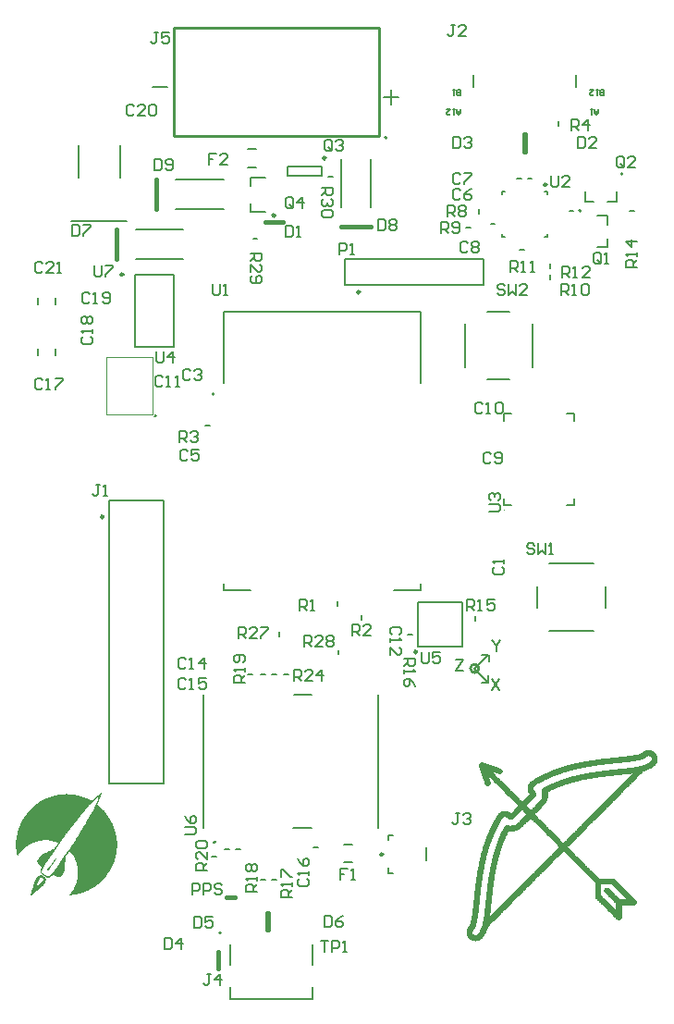
<source format=gto>
G04*
G04 #@! TF.GenerationSoftware,Altium Limited,Altium Designer,22.5.1 (42)*
G04*
G04 Layer_Color=65535*
%FSLAX25Y25*%
%MOIN*%
G70*
G04*
G04 #@! TF.SameCoordinates,5F65DDE1-41B9-4BDB-98F2-9488EF11E66D*
G04*
G04*
G04 #@! TF.FilePolarity,Positive*
G04*
G01*
G75*
%ADD10C,0.00984*%
%ADD11C,0.00394*%
%ADD12C,0.00787*%
%ADD13C,0.01496*%
%ADD14C,0.01000*%
%ADD15C,0.00591*%
%ADD16C,0.01575*%
%ADD17C,0.00500*%
%ADD18C,0.00630*%
%ADD19C,0.00200*%
%ADD20C,0.00600*%
G36*
X986931Y536866D02*
X986959Y536809D01*
X987113Y536767D01*
X987225Y536739D01*
X987393Y536711D01*
X987449Y536655D01*
X987562Y536627D01*
X987744Y536557D01*
X987814Y536487D01*
X987926Y536459D01*
X988094Y536347D01*
X988193Y536305D01*
X988221Y536249D01*
X988319Y536178D01*
X988403Y536094D01*
X988459Y536066D01*
X988599Y535926D01*
X988655Y535898D01*
X988725Y535828D01*
X988754Y535772D01*
X988866Y535660D01*
X988894Y535604D01*
X989006Y535491D01*
X989118Y535295D01*
X989174Y535155D01*
X989202Y535099D01*
X989258Y535043D01*
X989314Y534902D01*
X989342Y534790D01*
X989427Y534594D01*
X989455Y534370D01*
X989511Y534229D01*
X989539Y534033D01*
X989567Y533500D01*
X989539Y533388D01*
X989511Y533051D01*
X989455Y532911D01*
X989427Y532799D01*
X989398Y532631D01*
X989314Y532435D01*
X989258Y532294D01*
X989202Y532238D01*
X989146Y532098D01*
X989062Y531958D01*
X988964Y531775D01*
X988908Y531747D01*
X988838Y531649D01*
X988782Y531593D01*
X988754Y531537D01*
X988431Y531215D01*
X988375Y531186D01*
X988347Y531130D01*
X988291Y531102D01*
X988221Y531060D01*
X988193Y531004D01*
X988151Y530962D01*
X988094Y530934D01*
X988010Y530850D01*
X987954Y530822D01*
X987842Y530710D01*
X987702Y530626D01*
X987646Y530570D01*
X987057Y530233D01*
X987001Y530177D01*
X986860Y530121D01*
X986692Y530009D01*
X986552Y529981D01*
X986496Y529924D01*
X986230Y529826D01*
X986187Y529784D01*
X985921Y529686D01*
X985879Y529644D01*
X985612Y529546D01*
X985430Y529476D01*
X985220Y529434D01*
X985066Y529364D01*
X984953Y529335D01*
X984771Y529293D01*
X984729Y529251D01*
X984505Y529195D01*
X984449Y529167D01*
X984294Y529041D01*
X984252Y528971D01*
X984196Y528943D01*
X984154Y528901D01*
X984140Y528859D01*
X984084Y528831D01*
X983285Y528031D01*
X983257Y527975D01*
X983158Y527905D01*
X983088Y527835D01*
X983060Y527779D01*
X982892Y527639D01*
X982387Y527134D01*
X982373Y527092D01*
X982317Y527064D01*
X982247Y526994D01*
X982219Y526938D01*
X982149Y526868D01*
X982093Y526839D01*
X981995Y526741D01*
X981967Y526685D01*
X981868Y526615D01*
X981714Y526461D01*
X981700Y526419D01*
X981644Y526391D01*
X980396Y525143D01*
X980368Y525087D01*
X980326Y525045D01*
X980270Y525017D01*
X980228Y524974D01*
X980214Y524932D01*
X980158Y524904D01*
X980088Y524834D01*
X980060Y524778D01*
X979990Y524708D01*
X979933Y524680D01*
X979835Y524582D01*
X979807Y524526D01*
X979709Y524456D01*
X979555Y524301D01*
X979541Y524259D01*
X979485Y524231D01*
X979162Y523909D01*
X979148Y523867D01*
X979092Y523839D01*
X978938Y523685D01*
X978910Y523628D01*
X978840Y523558D01*
X978784Y523530D01*
X978755Y523474D01*
X978699Y523446D01*
X977900Y522647D01*
X977872Y522591D01*
X977704Y522450D01*
X977676Y522394D01*
X977578Y522324D01*
X977003Y521749D01*
X976989Y521707D01*
X976933Y521679D01*
X976863Y521609D01*
X976834Y521553D01*
X976764Y521483D01*
X976708Y521455D01*
X976610Y521357D01*
X976582Y521301D01*
X976484Y521231D01*
X976330Y521076D01*
X976316Y521034D01*
X976260Y521006D01*
X975012Y519758D01*
X974984Y519702D01*
X974941Y519660D01*
X974885Y519632D01*
X974843Y519590D01*
X974829Y519548D01*
X974773Y519520D01*
X974703Y519450D01*
X974675Y519394D01*
X974605Y519323D01*
X974549Y519296D01*
X974451Y519197D01*
X974423Y519141D01*
X974324Y519071D01*
X974170Y518917D01*
X974156Y518875D01*
X974100Y518847D01*
X973777Y518524D01*
X973763Y518482D01*
X973707Y518454D01*
X973553Y518300D01*
X973525Y518244D01*
X973455Y518174D01*
X973399Y518146D01*
X973371Y518089D01*
X973315Y518061D01*
X972515Y517262D01*
X972488Y517206D01*
X972389Y517136D01*
X972319Y517066D01*
X972291Y517010D01*
X972123Y516870D01*
X971618Y516365D01*
X971604Y516323D01*
X971548Y516295D01*
X971478Y516224D01*
X971450Y516168D01*
X971380Y516098D01*
X971324Y516070D01*
X971225Y515972D01*
X971197Y515916D01*
X971099Y515846D01*
X970945Y515692D01*
X970931Y515650D01*
X970875Y515622D01*
X969627Y514374D01*
X969599Y514318D01*
X969557Y514275D01*
X969501Y514247D01*
X969459Y514205D01*
X969445Y514163D01*
X969388Y514135D01*
X969318Y514065D01*
X969290Y514009D01*
X969220Y513939D01*
X969164Y513911D01*
X969066Y513813D01*
X969038Y513757D01*
X968940Y513687D01*
X968785Y513532D01*
X968771Y513490D01*
X968715Y513462D01*
X968393Y513140D01*
X968379Y513097D01*
X968323Y513069D01*
X968169Y512915D01*
X968141Y512859D01*
X968070Y512789D01*
X968014Y512761D01*
X967986Y512705D01*
X967930Y512677D01*
X967131Y511878D01*
X967103Y511822D01*
X966935Y511681D01*
X966907Y511625D01*
X966808Y511555D01*
X966234Y510980D01*
X966219Y510938D01*
X966163Y510910D01*
X966093Y510840D01*
X966065Y510784D01*
X965995Y510714D01*
X965939Y510686D01*
X965841Y510588D01*
X965813Y510531D01*
X965715Y510461D01*
X965560Y510307D01*
X965546Y510265D01*
X965490Y510237D01*
X964242Y508989D01*
X964214Y508933D01*
X964172Y508891D01*
X964116Y508863D01*
X964074Y508821D01*
X964060Y508779D01*
X964004Y508751D01*
X963934Y508680D01*
X963906Y508624D01*
X963836Y508554D01*
X963780Y508526D01*
X963681Y508428D01*
X963653Y508372D01*
X963485Y508232D01*
X963401Y508148D01*
X963387Y508106D01*
X963331Y508077D01*
X963008Y507755D01*
X962994Y507713D01*
X962938Y507685D01*
X962784Y507531D01*
X962756Y507475D01*
X962686Y507404D01*
X962630Y507376D01*
X962602Y507320D01*
X962546Y507292D01*
X961746Y506493D01*
X961718Y506437D01*
X961620Y506367D01*
X961550Y506297D01*
X961522Y506241D01*
X961424Y506171D01*
X960849Y505595D01*
X960835Y505553D01*
X960779Y505525D01*
X960709Y505455D01*
X960681Y505399D01*
X960610Y505329D01*
X960554Y505301D01*
X960456Y505203D01*
X960428Y505147D01*
X960260Y505007D01*
X960176Y504922D01*
X960162Y504880D01*
X960106Y504852D01*
X958858Y503604D01*
X958830Y503548D01*
X958788Y503506D01*
X958731Y503478D01*
X958689Y503436D01*
X958675Y503394D01*
X958619Y503366D01*
X958549Y503296D01*
X958521Y503240D01*
X958451Y503170D01*
X958395Y503142D01*
X958297Y503044D01*
X958269Y502987D01*
X958101Y502847D01*
X958016Y502763D01*
X958002Y502721D01*
X957946Y502693D01*
X957483Y502230D01*
X957469Y502188D01*
X957413Y502160D01*
X957343Y502090D01*
X957329Y502048D01*
X957273Y502020D01*
X957231Y501978D01*
X957259Y501810D01*
X957329Y501739D01*
X957371Y501725D01*
X957399Y501669D01*
X958002Y501066D01*
X958058Y501038D01*
X958129Y500940D01*
X958423Y500646D01*
X958465Y500632D01*
X958493Y500575D01*
X958675Y500393D01*
X958717Y500379D01*
X958745Y500323D01*
X959096Y499972D01*
X959138Y499959D01*
X959166Y499902D01*
X959208Y499860D01*
X959264Y499832D01*
X959320Y499748D01*
X959377Y499720D01*
X959419Y499678D01*
X959447Y499622D01*
X959489Y499580D01*
X959545Y499552D01*
X959615Y499454D01*
X959671Y499426D01*
X959699Y499370D01*
X959741Y499328D01*
X959797Y499299D01*
X959867Y499201D01*
X960162Y498907D01*
X960204Y498893D01*
X960232Y498837D01*
X960554Y498514D01*
X960610Y498486D01*
X960681Y498388D01*
X961228Y497841D01*
X961283Y497813D01*
X961354Y497715D01*
X961788Y497280D01*
X961830Y497266D01*
X961858Y497210D01*
X961957Y497140D01*
X962027Y497042D01*
X962111Y496986D01*
X962139Y496930D01*
X962237Y496860D01*
X962293Y496775D01*
X962349Y496747D01*
X962391Y496705D01*
X962419Y496649D01*
X962504Y496593D01*
X962532Y496537D01*
X962574Y496495D01*
X962616Y496481D01*
X962644Y496425D01*
X963387Y495682D01*
X963443Y495654D01*
X963513Y495555D01*
X963808Y495261D01*
X963850Y495247D01*
X963878Y495191D01*
X964060Y495009D01*
X964102Y494995D01*
X964130Y494939D01*
X964481Y494588D01*
X964523Y494574D01*
X964551Y494518D01*
X964593Y494476D01*
X964649Y494448D01*
X964705Y494364D01*
X964761Y494336D01*
X964803Y494293D01*
X964831Y494237D01*
X964873Y494195D01*
X964929Y494167D01*
X964999Y494069D01*
X965056Y494041D01*
X965084Y493985D01*
X965126Y493943D01*
X965182Y493915D01*
X965252Y493817D01*
X965546Y493522D01*
X965588Y493508D01*
X965617Y493452D01*
X965939Y493130D01*
X965995Y493102D01*
X966065Y493003D01*
X966612Y492456D01*
X966668Y492428D01*
X966738Y492330D01*
X967173Y491896D01*
X967215Y491882D01*
X967243Y491825D01*
X967341Y491755D01*
X967411Y491657D01*
X967496Y491601D01*
X967523Y491545D01*
X967622Y491475D01*
X967678Y491391D01*
X967734Y491363D01*
X967776Y491321D01*
X967804Y491265D01*
X967888Y491209D01*
X967916Y491152D01*
X967958Y491110D01*
X968000Y491096D01*
X968028Y491040D01*
X968379Y490690D01*
X968421Y490676D01*
X968449Y490620D01*
X968491Y490578D01*
X973707Y490550D01*
X974072Y490353D01*
X974128Y490297D01*
X974184Y490269D01*
X981770Y482683D01*
X981798Y482627D01*
X981882Y482543D01*
X981939Y482402D01*
X982023Y482206D01*
X981995Y481617D01*
X981911Y481477D01*
X981812Y481295D01*
X981770Y481281D01*
X981742Y481224D01*
X981672Y481154D01*
X981616Y481126D01*
X981532Y481042D01*
X981350Y480972D01*
X981195Y480902D01*
X980494Y480874D01*
X976680Y480846D01*
X976638Y480748D01*
X976666Y480664D01*
X976638Y476261D01*
X976526Y476092D01*
X976470Y475952D01*
X976260Y475742D01*
X976203Y475714D01*
X976147Y475658D01*
X975881Y475560D01*
X975727Y475517D01*
X975306Y475546D01*
X975110Y475630D01*
X974969Y475714D01*
X974913Y475770D01*
X974857Y475798D01*
X974591Y476064D01*
X974563Y476120D01*
X974521Y476162D01*
X974465Y476191D01*
X974409Y476275D01*
X974352Y476303D01*
X974310Y476345D01*
X974296Y476387D01*
X974240Y476415D01*
X973918Y476737D01*
X973890Y476793D01*
X973848Y476835D01*
X973792Y476864D01*
X973525Y477130D01*
Y477158D01*
X973511Y477172D01*
X973385Y477270D01*
X973357Y477326D01*
X973259Y477396D01*
X973203Y477481D01*
X973147Y477509D01*
X972992Y477663D01*
X972964Y477719D01*
X972642Y478042D01*
X972586Y478069D01*
X972459Y478196D01*
X972431Y478252D01*
X972389Y478294D01*
X972333Y478322D01*
X972291Y478364D01*
X972263Y478420D01*
X972165Y478490D01*
X972137Y478546D01*
X972081Y478574D01*
X971758Y478897D01*
X971730Y478953D01*
X971562Y479093D01*
X971366Y479289D01*
X971338Y479346D01*
X971239Y479416D01*
X971183Y479500D01*
X971127Y479528D01*
X971085Y479570D01*
X971057Y479626D01*
X970959Y479696D01*
X970665Y479991D01*
X970650Y480033D01*
X970594Y480061D01*
X970188Y480467D01*
X970160Y480523D01*
X969949Y480734D01*
X969893Y480762D01*
X969599Y481056D01*
X969585Y481098D01*
X969529Y481126D01*
X969206Y481449D01*
X969192Y481491D01*
X969136Y481519D01*
X969066Y481589D01*
X969052Y481631D01*
X968996Y481659D01*
X968926Y481729D01*
X968898Y481785D01*
X968800Y481856D01*
X968533Y482122D01*
X968505Y482178D01*
X968337Y482318D01*
X968112Y482543D01*
X968099Y482585D01*
X968042Y482613D01*
X967832Y482823D01*
X967818Y482865D01*
X967762Y482893D01*
X967608Y483047D01*
X967580Y483104D01*
X967187Y483496D01*
X967159Y483552D01*
X967103Y483608D01*
X967075Y483720D01*
X967019Y483917D01*
X966991Y484029D01*
X966977Y488755D01*
X966991Y488993D01*
X966850Y489189D01*
X955703Y500337D01*
X955562Y500309D01*
X955352Y500099D01*
X955324Y500043D01*
X955212Y499959D01*
X955184Y499902D01*
X955100Y499846D01*
X955072Y499790D01*
X955029Y499748D01*
X954974Y499720D01*
X954791Y499538D01*
X954777Y499496D01*
X954721Y499468D01*
X953473Y498220D01*
X953445Y498164D01*
X953403Y498122D01*
X953347Y498094D01*
X953305Y498052D01*
X953291Y498009D01*
X953235Y497981D01*
X953165Y497911D01*
X953137Y497855D01*
X953066Y497785D01*
X953010Y497757D01*
X952912Y497659D01*
X952884Y497603D01*
X952716Y497463D01*
X952632Y497378D01*
X952618Y497336D01*
X952562Y497308D01*
X952239Y496986D01*
X952225Y496944D01*
X952169Y496916D01*
X952015Y496761D01*
X951987Y496705D01*
X951917Y496635D01*
X951861Y496607D01*
X951832Y496551D01*
X951776Y496523D01*
X950977Y495724D01*
X950949Y495668D01*
X950851Y495598D01*
X950781Y495527D01*
X950753Y495471D01*
X950655Y495401D01*
X950080Y494826D01*
X950066Y494784D01*
X950010Y494756D01*
X949939Y494686D01*
X949911Y494630D01*
X949841Y494560D01*
X949785Y494532D01*
X949687Y494434D01*
X949659Y494378D01*
X949491Y494237D01*
X949407Y494153D01*
X949393Y494111D01*
X949336Y494083D01*
X948088Y492835D01*
X948060Y492779D01*
X948018Y492737D01*
X947962Y492709D01*
X947920Y492667D01*
X947906Y492625D01*
X947850Y492597D01*
X947780Y492527D01*
X947752Y492471D01*
X947682Y492400D01*
X947626Y492372D01*
X947528Y492274D01*
X947499Y492218D01*
X947401Y492148D01*
X947247Y491994D01*
X947233Y491952D01*
X947177Y491924D01*
X946854Y491601D01*
X946840Y491559D01*
X946784Y491531D01*
X946630Y491377D01*
X946602Y491321D01*
X946532Y491251D01*
X946476Y491222D01*
X946448Y491166D01*
X946392Y491138D01*
X945592Y490339D01*
X945564Y490283D01*
X945466Y490213D01*
X945396Y490143D01*
X945368Y490087D01*
X945200Y489947D01*
X944695Y489442D01*
X944681Y489400D01*
X944625Y489372D01*
X944555Y489301D01*
X944527Y489245D01*
X944457Y489175D01*
X944401Y489147D01*
X944302Y489049D01*
X944274Y488993D01*
X944106Y488853D01*
X944022Y488769D01*
X944008Y488727D01*
X943952Y488698D01*
X942704Y487451D01*
X942676Y487394D01*
X942634Y487352D01*
X942578Y487324D01*
X942535Y487282D01*
X942521Y487240D01*
X942465Y487212D01*
X942395Y487142D01*
X942367Y487086D01*
X942297Y487016D01*
X942241Y486988D01*
X942143Y486890D01*
X942115Y486833D01*
X941947Y486693D01*
X941862Y486609D01*
X941848Y486567D01*
X941792Y486539D01*
X941470Y486216D01*
X941456Y486174D01*
X941400Y486146D01*
X941245Y485992D01*
X941217Y485936D01*
X941147Y485866D01*
X941091Y485838D01*
X941063Y485782D01*
X941007Y485754D01*
X940208Y484955D01*
X940180Y484898D01*
X940082Y484828D01*
X940012Y484758D01*
X939983Y484702D01*
X939885Y484632D01*
X939310Y484057D01*
X939296Y484015D01*
X939240Y483987D01*
X939170Y483917D01*
X939142Y483861D01*
X939072Y483791D01*
X939016Y483763D01*
X938918Y483665D01*
X938890Y483608D01*
X938792Y483538D01*
X938637Y483384D01*
X938623Y483342D01*
X938567Y483314D01*
X937319Y482066D01*
X937291Y482010D01*
X937249Y481968D01*
X937193Y481940D01*
X937151Y481898D01*
X937137Y481856D01*
X937081Y481827D01*
X937011Y481757D01*
X936983Y481701D01*
X936913Y481631D01*
X936856Y481603D01*
X936758Y481505D01*
X936730Y481449D01*
X936632Y481379D01*
X936478Y481224D01*
X936464Y481182D01*
X936408Y481154D01*
X936085Y480832D01*
X936071Y480790D01*
X936015Y480762D01*
X935861Y480608D01*
X935833Y480551D01*
X935763Y480481D01*
X935707Y480453D01*
X935679Y480397D01*
X935623Y480369D01*
X934823Y479570D01*
X934795Y479514D01*
X934697Y479444D01*
X934627Y479374D01*
X934599Y479318D01*
X934431Y479177D01*
X933926Y478673D01*
X933912Y478630D01*
X933856Y478602D01*
X933786Y478532D01*
X933757Y478476D01*
X933687Y478406D01*
X933631Y478378D01*
X933533Y478280D01*
X933505Y478224D01*
X933337Y478084D01*
X933253Y477999D01*
X933239Y477957D01*
X933183Y477929D01*
X931935Y476681D01*
X931907Y476625D01*
X931864Y476583D01*
X931808Y476555D01*
X931766Y476513D01*
X931752Y476471D01*
X931696Y476443D01*
X931626Y476373D01*
X931598Y476317D01*
X931528Y476247D01*
X931472Y476219D01*
X931374Y476120D01*
X931346Y476064D01*
X931177Y475924D01*
X931093Y475840D01*
X931079Y475798D01*
X931023Y475770D01*
X930701Y475447D01*
X930687Y475405D01*
X930630Y475377D01*
X930476Y475223D01*
X930448Y475167D01*
X930378Y475097D01*
X930322Y475069D01*
X930294Y475013D01*
X930238Y474985D01*
X929439Y474185D01*
X929410Y474129D01*
X929312Y474059D01*
X929242Y473989D01*
X929214Y473933D01*
X929046Y473793D01*
X928541Y473288D01*
X928527Y473246D01*
X928471Y473218D01*
X928373Y473120D01*
X928345Y473064D01*
X928289Y472923D01*
X928261Y472811D01*
X928177Y472615D01*
X928148Y472446D01*
X928036Y472194D01*
X928008Y472026D01*
X927952Y471970D01*
X927910Y471787D01*
X927854Y471647D01*
X927812Y471605D01*
X927714Y471339D01*
X927672Y471297D01*
X927630Y471142D01*
X927503Y470848D01*
X927335Y470540D01*
X927223Y470371D01*
X927139Y470231D01*
X926915Y469838D01*
X926859Y469782D01*
X926774Y469642D01*
X926690Y469558D01*
X926662Y469502D01*
X926522Y469362D01*
X926508Y469319D01*
X926466Y469306D01*
X926438Y469249D01*
X926298Y469109D01*
X926270Y469053D01*
X925975Y468759D01*
X925919Y468731D01*
X925807Y468618D01*
X925751Y468590D01*
X925695Y468506D01*
X925582Y468478D01*
X925498Y468394D01*
X925316Y468324D01*
X925274Y468282D01*
X925218Y468254D01*
X925134Y468226D01*
X924853Y468114D01*
X924531Y468044D01*
X924376Y468001D01*
X924180Y467973D01*
X923732Y467945D01*
X923647Y467973D01*
X923255Y468001D01*
X923114Y468057D01*
X923002Y468085D01*
X922820Y468128D01*
X922666Y468198D01*
X922554Y468226D01*
X922497Y468254D01*
X922441Y468310D01*
X922301Y468366D01*
X922245Y468394D01*
X922105Y468478D01*
X922049Y468506D01*
X921937Y468618D01*
X921881Y468646D01*
X921768Y468759D01*
X921712Y468787D01*
X921446Y469053D01*
X921418Y469109D01*
X921306Y469221D01*
X921278Y469277D01*
X921193Y469362D01*
X921081Y469558D01*
X920941Y469810D01*
X920885Y469950D01*
X920815Y470133D01*
X920773Y470287D01*
X920731Y470469D01*
X920689Y470596D01*
X920660Y470708D01*
X920632Y471325D01*
X920660Y471605D01*
X920689Y471830D01*
X920773Y472026D01*
X920801Y472222D01*
X920913Y472474D01*
X920997Y472615D01*
X921053Y472755D01*
X921081Y472811D01*
X921137Y472867D01*
X921249Y473064D01*
X921334Y473148D01*
X921362Y473204D01*
X921446Y473288D01*
X921474Y473344D01*
X921558Y473428D01*
X921586Y473484D01*
X921726Y473680D01*
X921754Y473793D01*
X921810Y473849D01*
X921908Y474115D01*
X921979Y474298D01*
X922021Y474508D01*
X922091Y474690D01*
X922119Y474802D01*
X922147Y474970D01*
X922231Y475167D01*
X922259Y475363D01*
X922287Y475588D01*
X922343Y475728D01*
X922371Y475924D01*
X922399Y476036D01*
X922427Y476261D01*
X922484Y476401D01*
X922540Y476878D01*
X922582Y477144D01*
X922610Y477256D01*
X922638Y477424D01*
X922666Y477817D01*
X922694Y478042D01*
X922722Y478182D01*
X922778Y478518D01*
X922806Y478911D01*
X922834Y479079D01*
X922890Y479360D01*
X922918Y479584D01*
X922946Y480033D01*
X923002Y480369D01*
X923044Y480748D01*
X923072Y481112D01*
X923114Y481519D01*
X923143Y481659D01*
X923171Y481912D01*
X923227Y482641D01*
X923255Y482809D01*
X923297Y483188D01*
X923325Y483552D01*
X923437Y484562D01*
X923465Y484674D01*
X923493Y485347D01*
X923521Y485431D01*
X923563Y485698D01*
X923591Y485950D01*
X923619Y486343D01*
X923647Y486567D01*
X923675Y486707D01*
X923717Y487086D01*
X923746Y487366D01*
X923773Y487703D01*
X923802Y487787D01*
X923858Y488180D01*
X923900Y488727D01*
X923956Y489063D01*
X923998Y489442D01*
X924040Y489876D01*
X924068Y490017D01*
X924096Y490129D01*
X924124Y490297D01*
X924152Y490606D01*
X924180Y490774D01*
X924222Y490928D01*
X924250Y491124D01*
X924292Y491531D01*
X924320Y491699D01*
X924349Y491812D01*
X924376Y491952D01*
X924405Y492176D01*
X924433Y492428D01*
X924461Y492597D01*
X924489Y492709D01*
X924517Y492849D01*
X924545Y493130D01*
X924573Y493354D01*
X924601Y493494D01*
X924629Y493606D01*
X924657Y493747D01*
X924713Y494083D01*
X924741Y494195D01*
X924783Y494349D01*
X924811Y494462D01*
X924839Y494770D01*
X924895Y494910D01*
X924951Y495247D01*
X924994Y495457D01*
X925035Y495612D01*
X925064Y495724D01*
X925092Y496004D01*
X925120Y496116D01*
X925176Y496313D01*
X925204Y496425D01*
X925232Y496733D01*
X925260Y496817D01*
X925344Y497154D01*
X925386Y497477D01*
X925456Y497659D01*
X925484Y497855D01*
X925526Y498037D01*
X925582Y498178D01*
X925611Y498346D01*
X925653Y498612D01*
X925737Y498809D01*
X925793Y499173D01*
X925877Y499370D01*
X925919Y499636D01*
X925961Y499734D01*
X926017Y499874D01*
X926059Y500141D01*
X926129Y500295D01*
X926157Y500407D01*
X926185Y500632D01*
X926270Y500828D01*
X926298Y500940D01*
X926326Y501108D01*
X926410Y501305D01*
X926438Y501501D01*
X926550Y501753D01*
X926578Y501978D01*
X926690Y502230D01*
X926732Y502441D01*
X926774Y502483D01*
X926830Y502707D01*
X926873Y502861D01*
X926943Y502987D01*
X927013Y503282D01*
X927083Y503436D01*
X927139Y503688D01*
X927195Y503745D01*
X927223Y503857D01*
X927265Y504039D01*
X927307Y504081D01*
X927363Y504221D01*
X927391Y504390D01*
X927503Y504642D01*
X927532Y504782D01*
X927616Y504922D01*
X927672Y505175D01*
X927728Y505231D01*
X927784Y505455D01*
X927896Y505708D01*
X927924Y505820D01*
X928008Y505960D01*
X928036Y506072D01*
X928092Y506213D01*
X928177Y506409D01*
X928233Y506549D01*
X928317Y506745D01*
X928345Y506858D01*
X928401Y506914D01*
X928457Y507110D01*
X928597Y507418D01*
X928625Y507503D01*
X928850Y507979D01*
X928990Y508288D01*
X929074Y508428D01*
X929130Y508568D01*
X929410Y509185D01*
X929439Y509241D01*
X929495Y509298D01*
X929537Y509452D01*
X929579Y509550D01*
X929635Y509606D01*
X929677Y509760D01*
X929747Y509830D01*
X929803Y509971D01*
X929831Y510027D01*
X929887Y510083D01*
X929957Y510265D01*
X930000Y510307D01*
X930027Y510363D01*
X930056Y510447D01*
X930140Y510588D01*
X930420Y511120D01*
X930560Y511373D01*
X930588Y511457D01*
X930673Y511597D01*
X930729Y511653D01*
X930757Y511765D01*
X930841Y511849D01*
X931065Y512242D01*
X931205Y512495D01*
X931262Y512551D01*
X931290Y512663D01*
X931402Y512831D01*
X931486Y512971D01*
X931598Y513168D01*
X931654Y513224D01*
X931710Y513364D01*
X931794Y513448D01*
X931822Y513504D01*
X931864Y513574D01*
X931921Y513602D01*
X932005Y513743D01*
X932047Y513757D01*
X932075Y513813D01*
X932201Y513967D01*
X932355Y514093D01*
X932397Y514135D01*
X932453Y514163D01*
X932566Y514275D01*
X932622Y514303D01*
X932706Y514388D01*
X933070Y514556D01*
X933127Y514584D01*
X933183Y514640D01*
X933295Y514668D01*
X933491Y514752D01*
X933603Y514780D01*
X933800Y514808D01*
X933982Y514850D01*
X934136Y514892D01*
X934332Y514921D01*
X934809Y514892D01*
X934893Y514864D01*
X935146Y514836D01*
X935230Y514808D01*
X935440Y514766D01*
X935594Y514696D01*
X935777Y514626D01*
X935903Y514556D01*
X936085Y514486D01*
X936155Y514416D01*
X936296Y514331D01*
X936352Y514275D01*
X936492Y514191D01*
X936576Y514163D01*
X936632Y514191D01*
X937670Y515229D01*
X937712Y515243D01*
X937740Y515299D01*
X939128Y516687D01*
X939184Y516715D01*
X939198Y516842D01*
X939044Y516996D01*
X939002Y517010D01*
X938974Y517066D01*
X938399Y517641D01*
X938343Y517669D01*
X938301Y517711D01*
X938273Y517767D01*
X938231Y517809D01*
X938189Y517823D01*
X938161Y517879D01*
X937333Y518707D01*
X937277Y518735D01*
X937235Y518777D01*
X937207Y518833D01*
X937025Y519015D01*
X936969Y519043D01*
X936828Y519211D01*
X936744Y519296D01*
X936688Y519323D01*
X936646Y519366D01*
X936618Y519422D01*
X936211Y519828D01*
X936169Y519842D01*
X936141Y519898D01*
X935931Y520109D01*
X935889Y520123D01*
X935861Y520179D01*
X935819Y520221D01*
X935777Y520235D01*
X935749Y520291D01*
X934585Y521455D01*
X934529Y521483D01*
X934459Y521581D01*
X934052Y521988D01*
X934010Y522002D01*
X933982Y522058D01*
X933659Y522380D01*
X933617Y522394D01*
X933589Y522450D01*
X933295Y522745D01*
X933253Y522759D01*
X933225Y522815D01*
X932986Y523054D01*
X932930Y523081D01*
X932860Y523180D01*
X932804Y523208D01*
X932776Y523264D01*
X931949Y524091D01*
X931892Y524119D01*
X931851Y524161D01*
X931822Y524217D01*
X931640Y524400D01*
X931584Y524428D01*
X931514Y524526D01*
X931360Y524680D01*
X931304Y524708D01*
X931262Y524750D01*
X931234Y524806D01*
X930827Y525213D01*
X930785Y525227D01*
X930757Y525283D01*
X930546Y525493D01*
X930504Y525507D01*
X930476Y525563D01*
X930434Y525606D01*
X930392Y525620D01*
X930364Y525676D01*
X928976Y527064D01*
X928920Y527092D01*
X928850Y527190D01*
X928808Y527232D01*
X928738Y527246D01*
X928709Y527162D01*
X928751Y527008D01*
X928850Y526769D01*
X928878Y526601D01*
X928990Y526349D01*
X929018Y526181D01*
X929102Y525984D01*
X929158Y525760D01*
X929242Y525563D01*
X929284Y525381D01*
X929354Y525199D01*
X929383Y524778D01*
X929270Y524526D01*
X929242Y524414D01*
X929130Y524301D01*
X929102Y524245D01*
X928948Y524091D01*
X928583Y523923D01*
X928415Y523895D01*
X928331Y523867D01*
X928008Y523937D01*
X927896Y523965D01*
X927798Y524007D01*
X927742Y524063D01*
X927686Y524091D01*
X927616Y524133D01*
X927602Y524175D01*
X927546Y524203D01*
X927503Y524245D01*
X927475Y524301D01*
X927391Y524386D01*
X927321Y524568D01*
X927279Y524610D01*
X927223Y524834D01*
X927153Y525017D01*
X927111Y525143D01*
X927083Y525255D01*
X926999Y525451D01*
X926971Y525563D01*
X926929Y525718D01*
X926830Y525956D01*
X926788Y526138D01*
X926718Y526293D01*
X926676Y526475D01*
X926620Y526615D01*
X926550Y526797D01*
X926522Y526966D01*
X926466Y527022D01*
X926424Y527204D01*
X926396Y527316D01*
X926326Y527470D01*
X926298Y527583D01*
X926256Y527737D01*
X926185Y527891D01*
X926129Y528116D01*
X926045Y528312D01*
X926017Y528424D01*
X925975Y528578D01*
X925905Y528733D01*
X925849Y528957D01*
X925765Y529153D01*
X925709Y529378D01*
X925653Y529434D01*
X925582Y529756D01*
X925512Y529882D01*
X925484Y529995D01*
X925456Y530163D01*
X925400Y530219D01*
X925344Y530415D01*
X925302Y530570D01*
X925232Y530724D01*
X925176Y530976D01*
X925092Y531173D01*
X925120Y531705D01*
X925288Y532014D01*
X925414Y532168D01*
X925526Y532280D01*
X925835Y532420D01*
X925947Y532448D01*
X926536Y532420D01*
X926788Y532308D01*
X926999Y532266D01*
X927153Y532196D01*
X927265Y532168D01*
X927419Y532126D01*
X927461Y532084D01*
X927644Y532042D01*
X927756Y532014D01*
X927854Y531972D01*
X927994Y531916D01*
X928177Y531874D01*
X928275Y531832D01*
X928415Y531775D01*
X928597Y531733D01*
X928836Y531635D01*
X929004Y531607D01*
X929256Y531495D01*
X929425Y531467D01*
X929481Y531411D01*
X929663Y531369D01*
X929775Y531341D01*
X929873Y531299D01*
X930013Y531243D01*
X930196Y531201D01*
X930350Y531130D01*
X930574Y531074D01*
X930771Y530990D01*
X930995Y530934D01*
X931191Y530850D01*
X931304Y530822D01*
X931458Y530780D01*
X931612Y530710D01*
X931724Y530682D01*
X931878Y530640D01*
X931921Y530597D01*
X932033Y530570D01*
X932215Y530527D01*
X932453Y530429D01*
X932566Y530401D01*
X932846Y530289D01*
X932986Y530261D01*
X933070Y530177D01*
X933253Y530107D01*
X933421Y529939D01*
X933449Y529882D01*
X933533Y529798D01*
X933659Y529448D01*
X933673Y529097D01*
X933645Y529013D01*
X933533Y528705D01*
X933477Y528648D01*
X933449Y528592D01*
X933239Y528382D01*
X933183Y528354D01*
X933042Y528270D01*
X932930Y528242D01*
X932734Y528186D01*
X932622Y528158D01*
X932453Y528186D01*
X932369Y528214D01*
X932215Y528256D01*
X932075Y528284D01*
X931935Y528340D01*
X931752Y528410D01*
X931612Y528438D01*
X931416Y528522D01*
X931248Y528550D01*
X930995Y528662D01*
X930813Y528705D01*
X930659Y528775D01*
X930546Y528803D01*
X930364Y528845D01*
X930294Y528887D01*
X930280Y528817D01*
X930378Y528662D01*
X930434Y528634D01*
X931079Y527989D01*
X931135Y527961D01*
X931205Y527863D01*
X931500Y527569D01*
X931542Y527555D01*
X931570Y527499D01*
X932173Y526896D01*
X932215Y526882D01*
X932243Y526826D01*
X932285Y526783D01*
X932341Y526755D01*
X932411Y526657D01*
X932495Y526601D01*
X932524Y526545D01*
X932566Y526503D01*
X932622Y526475D01*
X932678Y526391D01*
X932734Y526363D01*
X932776Y526321D01*
X932804Y526265D01*
X932888Y526208D01*
X932916Y526152D01*
X933239Y525830D01*
X933281Y525816D01*
X933309Y525760D01*
X934725Y524343D01*
X934767Y524330D01*
X934795Y524273D01*
X934865Y524203D01*
X934907Y524189D01*
X934935Y524133D01*
X934978Y524091D01*
X935034Y524063D01*
X935104Y523965D01*
X935188Y523909D01*
X935216Y523853D01*
X935314Y523783D01*
X935370Y523699D01*
X935426Y523670D01*
X935468Y523628D01*
X935496Y523572D01*
X935580Y523516D01*
X935608Y523460D01*
X935651Y523418D01*
X935693Y523404D01*
X935721Y523348D01*
X936464Y522605D01*
X936506Y522591D01*
X936534Y522535D01*
X936884Y522184D01*
X936927Y522170D01*
X936955Y522114D01*
X937558Y521511D01*
X937600Y521497D01*
X937628Y521441D01*
X937670Y521399D01*
X937726Y521371D01*
X937796Y521273D01*
X937880Y521216D01*
X937908Y521161D01*
X938006Y521090D01*
X938062Y521006D01*
X938118Y520978D01*
X938161Y520936D01*
X938189Y520880D01*
X938273Y520824D01*
X938301Y520768D01*
X938623Y520445D01*
X938665Y520431D01*
X938693Y520375D01*
X939016Y520053D01*
X939072Y520025D01*
X939142Y519927D01*
X939689Y519380D01*
X939745Y519352D01*
X939815Y519253D01*
X940110Y518959D01*
X940152Y518945D01*
X940180Y518889D01*
X940250Y518819D01*
X940292Y518805D01*
X940320Y518749D01*
X940362Y518707D01*
X940418Y518679D01*
X940474Y518594D01*
X940530Y518566D01*
X940572Y518524D01*
X940600Y518468D01*
X940699Y518398D01*
X940755Y518342D01*
X940811Y518370D01*
X943054Y520614D01*
X943097Y520628D01*
X943124Y520684D01*
X943377Y520936D01*
X943349Y520992D01*
X943265Y521076D01*
X943181Y521216D01*
X942998Y521483D01*
X942970Y521595D01*
X942844Y521890D01*
X942732Y522142D01*
X942704Y522423D01*
X942676Y522535D01*
X942620Y522731D01*
X942648Y523544D01*
X942704Y523685D01*
X942732Y523965D01*
X942816Y524161D01*
X942886Y524343D01*
X942928Y524386D01*
X942984Y524526D01*
X943097Y524722D01*
X943181Y524862D01*
X943265Y524946D01*
X943293Y525003D01*
X943377Y525087D01*
X943405Y525143D01*
X943517Y525255D01*
X943545Y525311D01*
X943587Y525353D01*
X943643Y525381D01*
X943727Y525465D01*
X943783Y525493D01*
X943868Y525577D01*
X943924Y525606D01*
X944036Y525718D01*
X944092Y525746D01*
X944148Y525802D01*
X944344Y525914D01*
X944597Y526054D01*
X944653Y526110D01*
X944765Y526138D01*
X944849Y526223D01*
X945242Y526447D01*
X945494Y526587D01*
X945550Y526643D01*
X945663Y526671D01*
X945747Y526755D01*
X945887Y526812D01*
X945971Y526896D01*
X946083Y526924D01*
X946251Y527036D01*
X946434Y527106D01*
X946504Y527176D01*
X946658Y527218D01*
X946728Y527288D01*
X946910Y527358D01*
X947009Y527428D01*
X947710Y527793D01*
X948187Y528017D01*
X948243Y528046D01*
X948299Y528102D01*
X948411Y528130D01*
X948775Y528298D01*
X948832Y528326D01*
X948888Y528382D01*
X949042Y528424D01*
X949224Y528522D01*
X949364Y528578D01*
X949617Y528690D01*
X949673Y528719D01*
X949869Y528803D01*
X950178Y528943D01*
X950430Y529055D01*
X950542Y529083D01*
X950795Y529195D01*
X950977Y529265D01*
X951019Y529308D01*
X951285Y529406D01*
X951440Y529476D01*
X951594Y529518D01*
X951636Y529560D01*
X951902Y529658D01*
X952057Y529728D01*
X952239Y529770D01*
X952477Y529868D01*
X952590Y529896D01*
X952842Y530009D01*
X952996Y530051D01*
X953150Y530121D01*
X953263Y530149D01*
X953445Y530219D01*
X953487Y530261D01*
X953782Y530331D01*
X953936Y530401D01*
X954118Y530443D01*
X954258Y530499D01*
X954385Y530542D01*
X954567Y530583D01*
X954721Y530654D01*
X954833Y530682D01*
X955015Y530724D01*
X955170Y530794D01*
X955282Y530822D01*
X955436Y530864D01*
X955590Y530934D01*
X955885Y531004D01*
X956039Y531074D01*
X956277Y531116D01*
X956418Y531173D01*
X956544Y531215D01*
X956782Y531257D01*
X956880Y531299D01*
X957021Y531355D01*
X957245Y531383D01*
X957441Y531467D01*
X957638Y531495D01*
X957792Y531537D01*
X957974Y531607D01*
X958171Y531635D01*
X958325Y531677D01*
X958507Y531747D01*
X958802Y531789D01*
X958942Y531846D01*
X959054Y531874D01*
X959194Y531902D01*
X959363Y531930D01*
X959545Y532000D01*
X959657Y532028D01*
X959923Y532070D01*
X960050Y532112D01*
X960274Y532168D01*
X960582Y532196D01*
X960723Y532252D01*
X961059Y532308D01*
X961298Y532350D01*
X961536Y532420D01*
X961816Y532448D01*
X961999Y532491D01*
X962153Y532533D01*
X962265Y532561D01*
X962588Y532603D01*
X962700Y532631D01*
X962854Y532673D01*
X962966Y532701D01*
X963289Y532743D01*
X963527Y532813D01*
X964018Y532883D01*
X964130Y532911D01*
X964270Y532939D01*
X964649Y532981D01*
X964845Y533009D01*
X965070Y533066D01*
X965266Y533094D01*
X965546Y533122D01*
X965813Y533164D01*
X965967Y533206D01*
X966528Y533262D01*
X966640Y533290D01*
X967117Y533374D01*
X967523Y533416D01*
X967636Y533444D01*
X967776Y533472D01*
X968028Y533500D01*
X968421Y533528D01*
X968785Y533584D01*
X968954Y533612D01*
X969206Y533640D01*
X969571Y533669D01*
X970076Y533753D01*
X970300Y533781D01*
X970693Y533809D01*
X971029Y533865D01*
X971253Y533893D01*
X971618Y533921D01*
X971955Y533949D01*
X972319Y534005D01*
X972628Y534033D01*
X973076Y534061D01*
X973385Y534089D01*
X973722Y534145D01*
X973946Y534173D01*
X974423Y534201D01*
X974871Y534257D01*
X975040Y534285D01*
X975320Y534313D01*
X975769Y534341D01*
X976077Y534370D01*
X976217Y534398D01*
X976386Y534426D01*
X976722Y534454D01*
X977115Y534482D01*
X977339Y534510D01*
X977507Y534538D01*
X977886Y534580D01*
X978251Y534608D01*
X978363Y534636D01*
X978699Y534692D01*
X978812Y534720D01*
X979302Y534762D01*
X979583Y534818D01*
X980340Y534902D01*
X980452Y534931D01*
X980831Y534972D01*
X980943Y535001D01*
X981209Y535043D01*
X981364Y535085D01*
X981476Y535113D01*
X981911Y535183D01*
X982149Y535253D01*
X982429Y535281D01*
X982626Y535365D01*
X982738Y535393D01*
X982906Y535421D01*
X983158Y535533D01*
X983355Y535562D01*
X983411Y535618D01*
X983551Y535674D01*
X983663Y535702D01*
X983944Y535870D01*
X984196Y536066D01*
X984350Y536193D01*
X984449Y536263D01*
X984533Y536347D01*
X984617Y536375D01*
X984785Y536487D01*
X984897Y536515D01*
X984982Y536599D01*
X985136Y536641D01*
X985276Y536697D01*
X985430Y536739D01*
X985612Y536781D01*
X985711Y536824D01*
X985767Y536880D01*
X986931Y536866D01*
D02*
G37*
G36*
X789004Y521408D02*
X788963Y521075D01*
X788879Y520867D01*
X788817Y520638D01*
X788713Y520408D01*
X788629Y520075D01*
X788504Y519783D01*
X788421Y519492D01*
X788338Y519283D01*
X788213Y518992D01*
X788150Y518763D01*
X787963Y518325D01*
X787754Y517783D01*
X787588Y517408D01*
X787546Y517242D01*
X787733Y517013D01*
X787942Y516804D01*
X788025Y516763D01*
X788254Y516575D01*
X788317Y516513D01*
X788400Y516471D01*
X788504Y516325D01*
X788650Y516221D01*
X788817Y516054D01*
X788900Y516013D01*
X789754Y515158D01*
X789796Y515075D01*
X789942Y514971D01*
X790108Y514721D01*
X790296Y514533D01*
X790338Y514450D01*
X790504Y514283D01*
X790546Y514200D01*
X790754Y513992D01*
X790796Y513908D01*
X791088Y513533D01*
X791504Y512950D01*
X791546Y512867D01*
X791754Y512575D01*
X791796Y512492D01*
X792088Y512033D01*
X792588Y511117D01*
X793004Y510242D01*
X793254Y509700D01*
X793296Y509533D01*
X793463Y509158D01*
X793525Y508929D01*
X793671Y508575D01*
X793733Y508346D01*
X793838Y508117D01*
X793879Y507867D01*
X793921Y507742D01*
X794046Y507242D01*
X794129Y506950D01*
X794171Y506783D01*
X794233Y506388D01*
X794317Y506054D01*
X794358Y505846D01*
X794442Y505304D01*
X794483Y505054D01*
X794525Y504888D01*
X794567Y504513D01*
X794608Y503929D01*
X794629Y501492D01*
X794588Y501367D01*
X794546Y500658D01*
X794504Y500533D01*
X794463Y500158D01*
X794421Y500033D01*
X794358Y499679D01*
X794317Y499429D01*
X794275Y499221D01*
X794233Y499054D01*
X794192Y498804D01*
X794108Y498388D01*
X794067Y498221D01*
X793963Y497867D01*
X793921Y497700D01*
X793796Y497283D01*
X793692Y497013D01*
X793629Y496783D01*
X793504Y496492D01*
X793463Y496325D01*
X793358Y496054D01*
X793213Y495700D01*
X793129Y495492D01*
X792129Y493533D01*
X792046Y493450D01*
X791796Y492992D01*
X791629Y492742D01*
X791588Y492658D01*
X791192Y492138D01*
X791025Y491888D01*
X790921Y491742D01*
X790733Y491513D01*
X790629Y491367D01*
X790442Y491138D01*
X790296Y490992D01*
X790254Y490908D01*
X790088Y490742D01*
X790046Y490658D01*
X789713Y490325D01*
X789671Y490242D01*
X788817Y489388D01*
X788733Y489346D01*
X788442Y489054D01*
X788379Y489033D01*
X788338Y488950D01*
X788275Y488888D01*
X788192Y488846D01*
X787963Y488658D01*
X787713Y488450D01*
X787567Y488346D01*
X787442Y488221D01*
X787358Y488179D01*
X786838Y487783D01*
X786483Y487554D01*
X785817Y487138D01*
X785608Y487013D01*
X785233Y486804D01*
X784358Y486346D01*
X784067Y486221D01*
X783525Y485971D01*
X783254Y485867D01*
X782900Y485721D01*
X782692Y485638D01*
X782421Y485533D01*
X782254Y485492D01*
X781233Y485179D01*
X780733Y485054D01*
X780463Y484992D01*
X780233Y484929D01*
X779983Y484888D01*
X779858Y484846D01*
X779338Y484783D01*
X778588Y484658D01*
X778088Y484617D01*
X777879Y484575D01*
X777733Y484554D01*
X777546Y484658D01*
X777588Y484867D01*
X777879Y485158D01*
X777921Y485242D01*
X778046Y485367D01*
X778088Y485450D01*
X778213Y485575D01*
X778254Y485658D01*
X778463Y485950D01*
X778504Y486033D01*
X778692Y486263D01*
X778879Y486617D01*
X779046Y486867D01*
X779588Y487992D01*
X779671Y488200D01*
X779838Y488575D01*
X779921Y488867D01*
X779963Y489033D01*
X780046Y489117D01*
X780108Y489471D01*
X780192Y489804D01*
X780254Y490033D01*
X780338Y490367D01*
X780400Y490763D01*
X780504Y491700D01*
X780546Y491992D01*
X780504Y493825D01*
X780463Y493950D01*
X780421Y494367D01*
X780379Y494533D01*
X780317Y494929D01*
X780275Y495096D01*
X780233Y495304D01*
X780192Y495471D01*
X780129Y495700D01*
X780067Y495971D01*
X779963Y496242D01*
X779775Y496763D01*
X779692Y496971D01*
X779525Y497429D01*
X779463Y497492D01*
X779358Y497763D01*
X779046Y498367D01*
X778338Y499450D01*
X778213Y499575D01*
X778171Y499658D01*
X778088Y499742D01*
X778046Y499825D01*
X777858Y500054D01*
X777754Y500200D01*
X777650Y500304D01*
X777358Y500263D01*
X777296Y500200D01*
X777254Y500117D01*
X777067Y499888D01*
X776858Y499554D01*
X776129Y498533D01*
X776046Y498242D01*
X776004Y498075D01*
X775963Y496742D01*
X775921Y496617D01*
X775858Y495471D01*
X775817Y494596D01*
X775775Y493638D01*
X775733Y493429D01*
X775546Y493075D01*
X775338Y492783D01*
X775296Y492700D01*
X775213Y492617D01*
X775171Y492533D01*
X775088Y492450D01*
X774963Y492242D01*
X774692Y491846D01*
X774525Y491596D01*
X774463Y491533D01*
X774421Y491450D01*
X774129Y491075D01*
X773942Y491013D01*
X773567Y491054D01*
X773150Y491221D01*
X772879Y491325D01*
X772817Y491346D01*
X772775D01*
X772192Y491596D01*
X771983Y491679D01*
X771567Y491804D01*
X771275Y491638D01*
X771046Y491450D01*
X770942Y491346D01*
X770858Y491304D01*
X770567Y491096D01*
X770483Y491054D01*
X770192Y490888D01*
X769900Y490763D01*
X769483Y490804D01*
X769400Y490888D01*
X769317Y490929D01*
X769025Y491138D01*
X768650Y491346D01*
X768400Y491513D01*
X768317Y491554D01*
X768233Y491638D01*
X768150Y491679D01*
X768067Y491763D01*
X767983Y491804D01*
X767900Y491888D01*
X767692Y492013D01*
X767608Y492096D01*
X767525Y492138D01*
X767296Y492325D01*
X767192Y492429D01*
X767108Y492471D01*
X767004Y492700D01*
X767046Y493492D01*
X767088Y493617D01*
X767150Y493846D01*
X767213Y494033D01*
X767317Y494304D01*
X767379Y494492D01*
X767338Y494742D01*
X767150Y494971D01*
X767046Y495117D01*
X766838Y495325D01*
X766796Y495408D01*
X766588Y495617D01*
X766546Y495700D01*
X766296Y495950D01*
X766254Y496033D01*
X766004Y496283D01*
X765963Y496367D01*
X765838Y496492D01*
X765796Y496658D01*
X765838Y496992D01*
X766004Y497158D01*
X766171Y497450D01*
X766379Y497742D01*
X766421Y497825D01*
X766504Y497908D01*
X766546Y497992D01*
X766629Y498075D01*
X766754Y498283D01*
X766921Y498533D01*
X766963Y498617D01*
X767046Y498700D01*
X767088Y498783D01*
X767275Y499013D01*
X767483Y499221D01*
X768233Y499554D01*
X768692Y499763D01*
X769067Y499929D01*
X769358Y500054D01*
X769900Y500304D01*
X770358Y500513D01*
X770567Y500596D01*
X771358Y500971D01*
X771567Y501054D01*
X771858Y501221D01*
X772004Y501325D01*
X772046Y501408D01*
X772129Y501492D01*
X772171Y501575D01*
X772546Y502117D01*
X772588Y502200D01*
X773004Y502783D01*
X773254Y503200D01*
X773296Y503325D01*
X773150Y503513D01*
X772942Y503596D01*
X772421Y503783D01*
X771963Y503908D01*
X771796Y503950D01*
X771567Y504013D01*
X771400Y504054D01*
X770692Y504179D01*
X769817Y504304D01*
X768650Y504346D01*
X767983Y504304D01*
X767400Y504263D01*
X767275Y504221D01*
X766879Y504158D01*
X766379Y504075D01*
X766025Y504013D01*
X765817Y503929D01*
X765546Y503867D01*
X765067Y503721D01*
X764796Y503617D01*
X764463Y503492D01*
X764275Y503429D01*
X763817Y503221D01*
X763108Y502846D01*
X762733Y502638D01*
X762442Y502429D01*
X762358Y502388D01*
X761963Y502117D01*
X761817Y502013D01*
X761733Y501929D01*
X761650Y501888D01*
X761442Y501679D01*
X761233Y501554D01*
X761025Y501346D01*
X760942Y501304D01*
X760171Y500533D01*
X760129Y500450D01*
X759838Y500158D01*
X759796Y500075D01*
X759671Y499950D01*
X759629Y499867D01*
X759546Y499783D01*
X759504Y499700D01*
X759421Y499617D01*
X759379Y499533D01*
X759296Y499450D01*
X759254Y499367D01*
X759171Y499283D01*
X759129Y499200D01*
X758838Y498825D01*
X758733Y498804D01*
X758671Y498867D01*
X758546Y499367D01*
X758463Y499867D01*
X758379Y500200D01*
X758338Y500492D01*
X758275Y500971D01*
X758233Y501554D01*
X758213Y503908D01*
X758254Y504033D01*
X758296Y504825D01*
X758338Y504950D01*
X758400Y505346D01*
X758442Y505554D01*
X758525Y506096D01*
X758608Y506429D01*
X758692Y506929D01*
X758733Y507096D01*
X758838Y507450D01*
X758879Y507617D01*
X759004Y508033D01*
X759046Y508200D01*
X759171Y508492D01*
X759213Y508700D01*
X759338Y508992D01*
X759483Y509388D01*
X759588Y509617D01*
X759650Y509846D01*
X760150Y510888D01*
X760213Y511033D01*
X760379Y511325D01*
X760796Y512075D01*
X761004Y512367D01*
X761213Y512742D01*
X761421Y513033D01*
X761463Y513117D01*
X761963Y513783D01*
X762254Y514158D01*
X762338Y514242D01*
X762379Y514325D01*
X762463Y514408D01*
X762504Y514492D01*
X762796Y514783D01*
X762838Y514867D01*
X763129Y515158D01*
X763171Y515242D01*
X763942Y516013D01*
X764025Y516054D01*
X764233Y516263D01*
X764317Y516304D01*
X764692Y516679D01*
X764775Y516721D01*
X764900Y516846D01*
X764983Y516888D01*
X765108Y517013D01*
X765192Y517054D01*
X765275Y517138D01*
X765358Y517179D01*
X765525Y517346D01*
X765608Y517388D01*
X765838Y517575D01*
X766067Y517721D01*
X766317Y517888D01*
X766400Y517929D01*
X766483Y518013D01*
X766567Y518054D01*
X767025Y518346D01*
X767608Y518679D01*
X768983Y519346D01*
X769442Y519554D01*
X769650Y519638D01*
X769942Y519763D01*
X770108Y519804D01*
X770379Y519908D01*
X770608Y520013D01*
X770858Y520054D01*
X770983Y520096D01*
X771254Y520200D01*
X771483Y520263D01*
X771754Y520325D01*
X771921Y520367D01*
X772275Y520471D01*
X772546Y520533D01*
X773046Y520617D01*
X773213Y520658D01*
X773629Y520742D01*
X774004Y520783D01*
X774463Y520825D01*
X774838Y520867D01*
X775254Y520908D01*
X776650Y520971D01*
X776775Y520929D01*
X778025Y520888D01*
X778150Y520846D01*
X778838Y520783D01*
X779213Y520742D01*
X779629Y520658D01*
X779796Y520617D01*
X780004Y520575D01*
X780338Y520533D01*
X780838Y520408D01*
X781025Y520346D01*
X781192Y520304D01*
X781463Y520242D01*
X781671Y520158D01*
X781838Y520117D01*
X782192Y520013D01*
X782463Y519908D01*
X783046Y519700D01*
X783400Y519554D01*
X783608Y519471D01*
X784400Y519096D01*
X785358Y518638D01*
X785608Y518679D01*
X785983Y519054D01*
X786067Y519096D01*
X786400Y519429D01*
X786483Y519471D01*
X786900Y519888D01*
X786983Y519929D01*
X787067Y520013D01*
X787150Y520054D01*
X787275Y520179D01*
X787358Y520221D01*
X787567Y520429D01*
X787650Y520471D01*
X787733Y520554D01*
X787817Y520596D01*
X788025Y520804D01*
X788108Y520846D01*
X788317Y521054D01*
X788525Y521179D01*
X788692Y521346D01*
X788775Y521388D01*
X788900Y521429D01*
X789004Y521408D01*
D02*
G37*
G36*
X767650Y491679D02*
X768192Y491388D01*
X768358Y491221D01*
X768442Y491179D01*
X768629Y490992D01*
X768671Y490908D01*
X768838Y490658D01*
X768963Y490158D01*
X768921Y489658D01*
X768713Y489200D01*
X768421Y488658D01*
X768338Y488575D01*
X768296Y488492D01*
X768129Y488325D01*
X768088Y488242D01*
X767796Y487950D01*
X767754Y487867D01*
X767525Y487638D01*
X767463Y487617D01*
X767421Y487533D01*
X767192Y487304D01*
X767108Y487263D01*
X766858Y487013D01*
X766775Y486971D01*
X766483Y486679D01*
X766400Y486638D01*
X766275Y486513D01*
X766192Y486471D01*
X766067Y486346D01*
X765983Y486304D01*
X765900Y486221D01*
X765817Y486179D01*
X765588Y485992D01*
X765442Y485888D01*
X765358Y485804D01*
X765275Y485763D01*
X765192Y485679D01*
X765108Y485638D01*
X765025Y485554D01*
X764963Y485533D01*
X764942Y485513D01*
X764421Y485117D01*
X764067Y484888D01*
X763650Y484596D01*
X763525Y484638D01*
X763504Y484825D01*
X763588Y485033D01*
X763671Y485367D01*
X763775Y485846D01*
X763838Y486033D01*
X763900Y486304D01*
X763963Y486533D01*
X764004Y486700D01*
X764171Y487283D01*
X764275Y487554D01*
X764317Y487721D01*
X764421Y488075D01*
X764525Y488346D01*
X764650Y488679D01*
X764692Y488846D01*
X764775Y489054D01*
X764838Y489117D01*
X764900Y489346D01*
X765004Y489575D01*
X765421Y490367D01*
X765588Y490658D01*
X765713Y490783D01*
X765838Y490992D01*
X766004Y491117D01*
X766046Y491200D01*
X766150Y491304D01*
X766233Y491346D01*
X766358Y491471D01*
X766442Y491513D01*
X766817Y491679D01*
X766983Y491721D01*
X767650Y491679D01*
D02*
G37*
%LPC*%
G36*
X986384Y534720D02*
X986047Y534692D01*
X985795Y534552D01*
X985739Y534496D01*
X985542Y534384D01*
X985486Y534328D01*
X985430Y534300D01*
X985346Y534215D01*
X985206Y534131D01*
X985150Y534075D01*
X985009Y533991D01*
X984953Y533935D01*
X984799Y533893D01*
X984617Y533795D01*
X984477Y533739D01*
X984421Y533682D01*
X984266Y533640D01*
X983972Y533514D01*
X983804Y533486D01*
X983607Y533402D01*
X983383Y533346D01*
X983187Y533262D01*
X982990Y533234D01*
X982808Y533192D01*
X982570Y533122D01*
X982303Y533079D01*
X982191Y533051D01*
X982037Y533009D01*
X981925Y532981D01*
X981574Y532939D01*
X981434Y532911D01*
X981322Y532883D01*
X981097Y532855D01*
X980845Y532827D01*
X980620Y532799D01*
X980452Y532771D01*
X980340Y532743D01*
X979961Y532701D01*
X979667Y532659D01*
X979555Y532631D01*
X979415Y532603D01*
X979190Y532575D01*
X978910Y532547D01*
X978741Y532519D01*
X978601Y532491D01*
X978377Y532463D01*
X978012Y532435D01*
X977732Y532406D01*
X976961Y532308D01*
X976414Y532266D01*
X976245Y532238D01*
X976105Y532210D01*
X975825Y532182D01*
X975432Y532154D01*
X975068Y532126D01*
X974927Y532098D01*
X974549Y532056D01*
X974268Y532028D01*
X973763Y532000D01*
X973679Y531972D01*
X973203Y531916D01*
X972754Y531888D01*
X972291Y531817D01*
X971913Y531775D01*
X971366Y531733D01*
X971197Y531705D01*
X970623Y531635D01*
X970258Y531607D01*
X970146Y531579D01*
X969669Y531523D01*
X969557Y531495D01*
X969080Y531467D01*
X968996Y531439D01*
X968701Y531397D01*
X968323Y531355D01*
X967888Y531313D01*
X967664Y531257D01*
X967285Y531215D01*
X966977Y531186D01*
X966836Y531130D01*
X966472Y531102D01*
X966360Y531074D01*
X966065Y531032D01*
X965953Y531004D01*
X965813Y530976D01*
X965504Y530948D01*
X965196Y530892D01*
X965056Y530864D01*
X964887Y530836D01*
X964579Y530808D01*
X964298Y530752D01*
X964144Y530710D01*
X963948Y530682D01*
X963723Y530654D01*
X963583Y530597D01*
X963471Y530570D01*
X963120Y530527D01*
X963008Y530499D01*
X962854Y530457D01*
X962742Y530429D01*
X962461Y530401D01*
X962349Y530373D01*
X962153Y530317D01*
X962041Y530289D01*
X961690Y530247D01*
X961452Y530177D01*
X961255Y530149D01*
X961031Y530121D01*
X960947Y530093D01*
X960751Y530037D01*
X960344Y529966D01*
X960106Y529896D01*
X959909Y529868D01*
X959545Y529756D01*
X959320Y529728D01*
X959180Y529672D01*
X958984Y529616D01*
X958745Y529574D01*
X958605Y529518D01*
X958493Y529490D01*
X958325Y529462D01*
X958213Y529434D01*
X958072Y529378D01*
X957918Y529335D01*
X957722Y529308D01*
X957526Y529223D01*
X957329Y529195D01*
X957147Y529125D01*
X956993Y529083D01*
X956880Y529055D01*
X956712Y529027D01*
X956516Y528943D01*
X956264Y528887D01*
X956067Y528803D01*
X955899Y528775D01*
X955647Y528662D01*
X955478Y528634D01*
X955282Y528550D01*
X955170Y528522D01*
X955015Y528480D01*
X954861Y528410D01*
X954651Y528368D01*
X954469Y528270D01*
X954272Y528242D01*
X954216Y528186D01*
X954020Y528130D01*
X953838Y528059D01*
X953711Y528017D01*
X953487Y527961D01*
X953431Y527905D01*
X953207Y527849D01*
X953010Y527765D01*
X952814Y527709D01*
X952562Y527597D01*
X952379Y527527D01*
X952337Y527485D01*
X952155Y527443D01*
X951973Y527344D01*
X951818Y527302D01*
X951636Y527204D01*
X951454Y527162D01*
X951412Y527120D01*
X951356Y527092D01*
X951272Y527064D01*
X951159Y527036D01*
X951103Y527008D01*
X950963Y526924D01*
X950809Y526882D01*
X950626Y526783D01*
X950486Y526727D01*
X950010Y526503D01*
X949701Y526363D01*
X949645Y526335D01*
X949505Y526251D01*
X949393Y526223D01*
X949196Y526110D01*
X949168D01*
X948860Y525970D01*
X948804Y525942D01*
X948748Y525886D01*
X948607Y525830D01*
X948467Y525746D01*
X948215Y525606D01*
X948074Y525550D01*
X948018Y525521D01*
X947962Y525465D01*
X947780Y525395D01*
X947598Y525297D01*
X947457Y525213D01*
X947317Y525157D01*
X947261Y525129D01*
X947205Y525073D01*
X947065Y525017D01*
X947009Y524989D01*
X946840Y524876D01*
X946784Y524848D01*
X946728Y524792D01*
X946476Y524652D01*
X945887Y524316D01*
X945607Y524147D01*
X945410Y524035D01*
X945214Y523895D01*
X945172Y523881D01*
X945144Y523825D01*
X944919Y523600D01*
X944863Y523404D01*
X944807Y523264D01*
X944779Y523152D01*
X944807Y522787D01*
X944835Y522703D01*
X944947Y522507D01*
X945130Y522240D01*
X945396Y521974D01*
X945480Y521834D01*
X945592Y521637D01*
X945648Y521581D01*
X945677Y521469D01*
X945719Y521203D01*
X945775Y520978D01*
X945789Y520936D01*
X945761Y520852D01*
X945705Y520628D01*
X945677Y520431D01*
X945648Y520319D01*
X945564Y520235D01*
X945452Y520039D01*
X945186Y519688D01*
X942311Y516814D01*
X942339Y516729D01*
X942942Y516126D01*
X942984Y516112D01*
X943012Y516056D01*
X943195Y515874D01*
X943251Y515846D01*
X943307Y515762D01*
X943363Y515734D01*
X943405Y515692D01*
X943433Y515636D01*
X943517Y515580D01*
X943545Y515523D01*
X943587Y515481D01*
X943643Y515453D01*
X943685Y515411D01*
X943713Y515355D01*
X943868Y515341D01*
X943938Y515411D01*
X943952Y515453D01*
X944008Y515481D01*
X944471Y515944D01*
X944499Y516000D01*
X944597Y516070D01*
X944751Y516224D01*
X944765Y516267D01*
X944821Y516295D01*
X945032Y516505D01*
X945046Y516547D01*
X945102Y516575D01*
X945284Y516757D01*
X945298Y516799D01*
X945354Y516827D01*
X945424Y516898D01*
X945438Y516940D01*
X945494Y516968D01*
X946770Y518244D01*
X946798Y518300D01*
X946854Y518328D01*
X946883Y518384D01*
X947023Y518524D01*
X947051Y518580D01*
X947107Y518636D01*
X947135Y518692D01*
X947191Y518749D01*
X947219Y518805D01*
X947275Y518861D01*
X947359Y519001D01*
X947499Y519253D01*
X947668Y519618D01*
X947696Y519730D01*
X947738Y519884D01*
X947808Y520067D01*
X947836Y520263D01*
X947864Y520628D01*
X947920Y520824D01*
X947892Y521441D01*
X947864Y521525D01*
X947836Y521721D01*
X947794Y521988D01*
X947738Y522212D01*
X947724Y522394D01*
X947780Y522535D01*
X947808Y522647D01*
X947878Y522829D01*
X947948Y522899D01*
X948018Y523025D01*
X948074Y523054D01*
X948131Y523138D01*
X948271Y523222D01*
X948327Y523278D01*
X948439Y523306D01*
X948523Y523390D01*
X948635Y523418D01*
X948775Y523502D01*
X948916Y523558D01*
X948972Y523586D01*
X949028Y523642D01*
X949168Y523699D01*
X949308Y523783D01*
X949449Y523839D01*
X949505Y523867D01*
X949561Y523923D01*
X949743Y523993D01*
X949925Y524091D01*
X950234Y524231D01*
X950374Y524316D01*
X950514Y524372D01*
X950626Y524400D01*
X950711Y524484D01*
X950879Y524512D01*
X950935Y524568D01*
X950991Y524596D01*
X951131Y524652D01*
X951187Y524680D01*
X951243Y524736D01*
X951398Y524778D01*
X951580Y524876D01*
X951804Y524961D01*
X952001Y525045D01*
X952113Y525073D01*
X952169Y525129D01*
X952365Y525185D01*
X952618Y525297D01*
X952758Y525353D01*
X952954Y525437D01*
X953137Y525507D01*
X953179Y525550D01*
X953361Y525592D01*
X953655Y525718D01*
X953796Y525746D01*
X953992Y525830D01*
X954104Y525858D01*
X954356Y525970D01*
X954497Y525998D01*
X954637Y526082D01*
X954861Y526138D01*
X955114Y526251D01*
X955296Y526293D01*
X955450Y526363D01*
X955745Y526433D01*
X955899Y526503D01*
X956137Y526545D01*
X956292Y526615D01*
X956404Y526643D01*
X956614Y526685D01*
X956768Y526755D01*
X957063Y526826D01*
X957217Y526896D01*
X957512Y526966D01*
X957666Y527036D01*
X957904Y527078D01*
X958044Y527134D01*
X958171Y527176D01*
X958353Y527218D01*
X958451Y527260D01*
X958591Y527316D01*
X958844Y527344D01*
X959040Y527428D01*
X959236Y527457D01*
X959419Y527499D01*
X959601Y527569D01*
X960007Y527639D01*
X960246Y527709D01*
X960442Y527737D01*
X960596Y527779D01*
X960779Y527849D01*
X961101Y527891D01*
X961255Y527961D01*
X961452Y527989D01*
X961746Y528059D01*
X961901Y528102D01*
X962097Y528130D01*
X962391Y528200D01*
X962504Y528228D01*
X962672Y528256D01*
X962924Y528284D01*
X963064Y528312D01*
X963219Y528354D01*
X963331Y528382D01*
X963681Y528424D01*
X964018Y528508D01*
X964242Y528536D01*
X964410Y528564D01*
X964523Y528592D01*
X964677Y528634D01*
X964873Y528662D01*
X965140Y528705D01*
X965364Y528761D01*
X965504Y528789D01*
X965841Y528817D01*
X966009Y528845D01*
X966290Y528901D01*
X966514Y528929D01*
X966822Y528957D01*
X967243Y529041D01*
X967622Y529083D01*
X967888Y529125D01*
X968169Y529181D01*
X968477Y529209D01*
X968701Y529237D01*
X968842Y529265D01*
X969010Y529293D01*
X969388Y529335D01*
X969963Y529378D01*
X970300Y529434D01*
X970580Y529462D01*
X970973Y529490D01*
X971225Y529518D01*
X971366Y529546D01*
X971744Y529588D01*
X972459Y529658D01*
X972600Y529686D01*
X972978Y529728D01*
X973693Y529798D01*
X974030Y529854D01*
X974395Y529882D01*
X974731Y529911D01*
X974984Y529939D01*
X975096Y529966D01*
X975320Y529995D01*
X975797Y530023D01*
X976077Y530051D01*
X976245Y530079D01*
X976624Y530121D01*
X976820Y530149D01*
X977353Y530177D01*
X977437Y530205D01*
X977732Y530247D01*
X977984Y530275D01*
X978377Y530303D01*
X978629Y530331D01*
X978966Y530387D01*
X979246Y530415D01*
X979583Y530443D01*
X979751Y530471D01*
X980032Y530527D01*
X980340Y530555D01*
X980620Y530583D01*
X980789Y530612D01*
X981069Y530668D01*
X981322Y530696D01*
X981490Y530724D01*
X981644Y530766D01*
X981981Y530822D01*
X982275Y530864D01*
X982387Y530892D01*
X982542Y530934D01*
X982808Y530976D01*
X982920Y531004D01*
X983103Y531074D01*
X983369Y531116D01*
X983691Y531215D01*
X983958Y531257D01*
X984196Y531355D01*
X984350Y531397D01*
X984505Y531467D01*
X984617Y531495D01*
X984771Y531537D01*
X984925Y531607D01*
X985108Y531649D01*
X985290Y531747D01*
X985430Y531804D01*
X985486Y531860D01*
X985711Y531944D01*
X985767Y532000D01*
X985949Y532070D01*
X985991Y532112D01*
X986047Y532140D01*
X986300Y532280D01*
X986454Y532406D01*
X986594Y532491D01*
X986622Y532547D01*
X986720Y532617D01*
X986776Y532673D01*
X986917Y532757D01*
X987001Y532841D01*
X987057Y532869D01*
X987127Y532939D01*
X987211Y533079D01*
X987267Y533136D01*
X987295Y533248D01*
X987351Y533304D01*
X987379Y533416D01*
X987407Y533753D01*
X987379Y533837D01*
X987337Y533991D01*
X987239Y534201D01*
X987043Y534454D01*
X986874Y534566D01*
X986580Y534692D01*
X986384Y534720D01*
D02*
G37*
G36*
X940755Y515229D02*
X940600Y515103D01*
X940250Y514752D01*
X940208Y514738D01*
X940180Y514682D01*
X937754Y512256D01*
X937698Y512228D01*
X937586Y512116D01*
X937502Y512088D01*
X937305Y511948D01*
X937249Y511920D01*
X937193Y511864D01*
X936800Y511807D01*
X936660Y511751D01*
X936352Y511779D01*
X936267Y511807D01*
X936155Y511835D01*
X935959Y511864D01*
X935875Y511948D01*
X935679Y512060D01*
X935482Y512200D01*
X935314Y512368D01*
X935258Y512396D01*
X935146Y512509D01*
X935005Y512593D01*
X934753Y512705D01*
X934459Y512747D01*
X934332Y512761D01*
X934080Y512649D01*
X933940Y512593D01*
X933786Y512466D01*
X933561Y512242D01*
X933533Y512186D01*
X933421Y512018D01*
X933337Y511878D01*
X933225Y511681D01*
X933084Y511429D01*
X933028Y511373D01*
X933000Y511289D01*
X932888Y511120D01*
X932860Y511036D01*
X932804Y510980D01*
X932664Y510728D01*
X932552Y510531D01*
X932271Y510027D01*
X931710Y508961D01*
X931290Y508091D01*
X931234Y507951D01*
X931177Y507895D01*
X931149Y507783D01*
X931009Y507475D01*
X930729Y506886D01*
X930645Y506745D01*
X930616Y506661D01*
X930546Y506479D01*
X930504Y506437D01*
X930462Y506283D01*
X930406Y506142D01*
X930364Y506100D01*
X930322Y505918D01*
X930196Y505624D01*
X930140Y505483D01*
X930056Y505287D01*
X930027Y505175D01*
X929972Y505119D01*
X929915Y504922D01*
X929803Y504670D01*
X929761Y504516D01*
X929691Y504362D01*
X929663Y504249D01*
X929523Y503885D01*
X929481Y503731D01*
X929439Y503688D01*
X929383Y503492D01*
X929354Y503380D01*
X929242Y503128D01*
X929214Y502987D01*
X929158Y502931D01*
X929116Y502749D01*
X929088Y502637D01*
X929018Y502483D01*
X928990Y502370D01*
X928948Y502188D01*
X928906Y502146D01*
X928850Y501950D01*
X928822Y501753D01*
X928765Y501697D01*
X928724Y501515D01*
X928695Y501375D01*
X928625Y501221D01*
X928569Y500996D01*
X928499Y500814D01*
X928457Y500688D01*
X928415Y500477D01*
X928359Y500337D01*
X928317Y500183D01*
X928289Y499987D01*
X928205Y499790D01*
X928177Y499594D01*
X928106Y499412D01*
X928064Y499257D01*
X928036Y499145D01*
X927994Y498963D01*
X927924Y498809D01*
X927868Y498444D01*
X927784Y498248D01*
X927756Y497967D01*
X927672Y497771D01*
X927644Y497575D01*
X927602Y497364D01*
X927532Y497182D01*
X927461Y496775D01*
X927419Y496621D01*
X927391Y496509D01*
X927349Y496186D01*
X927321Y496046D01*
X927279Y495892D01*
X927251Y495780D01*
X927223Y495499D01*
X927139Y495191D01*
X927111Y495079D01*
X927069Y494756D01*
X927041Y494644D01*
X926999Y494490D01*
X926971Y494378D01*
X926943Y494069D01*
X926886Y493929D01*
X926844Y493775D01*
X926816Y493522D01*
X926788Y493382D01*
X926732Y493158D01*
X926690Y492779D01*
X926634Y492415D01*
X926606Y492330D01*
X926578Y492218D01*
X926536Y491755D01*
X926480Y491531D01*
X926452Y491363D01*
X926424Y491082D01*
X926368Y490774D01*
X926340Y490634D01*
X926312Y490465D01*
X926283Y490185D01*
X926227Y489848D01*
X926199Y489736D01*
X926115Y488979D01*
X926087Y488811D01*
X926059Y488670D01*
X926031Y488334D01*
X926003Y487969D01*
X925975Y487745D01*
X925947Y487633D01*
X925905Y487254D01*
X925877Y486890D01*
X925821Y486497D01*
X925793Y486385D01*
X925765Y486104D01*
X925723Y485614D01*
X925667Y485277D01*
X925638Y485053D01*
X925611Y484604D01*
X925582Y484352D01*
X925554Y484127D01*
X925512Y483749D01*
X925484Y483552D01*
X925456Y482935D01*
X925428Y482851D01*
X925386Y482585D01*
X925330Y481856D01*
X925302Y481631D01*
X925274Y481463D01*
X925246Y481239D01*
X925218Y480902D01*
X925190Y480537D01*
X925162Y480369D01*
X925134Y480229D01*
X925092Y479850D01*
X925050Y479304D01*
X924994Y478967D01*
X924965Y478715D01*
X924937Y478378D01*
X924909Y478210D01*
X924853Y477929D01*
X924825Y477761D01*
X924797Y477396D01*
X924769Y477228D01*
X924741Y477116D01*
X924713Y476976D01*
X924685Y476751D01*
X924657Y476471D01*
X924629Y476331D01*
X924601Y476219D01*
X924573Y476050D01*
X924517Y475546D01*
X924489Y475433D01*
X924447Y475307D01*
X924419Y475195D01*
X924376Y474929D01*
X924306Y474746D01*
X924278Y474550D01*
X924236Y474339D01*
X924180Y474199D01*
X924138Y474045D01*
X924110Y473877D01*
X924026Y473680D01*
X923984Y473498D01*
X923928Y473358D01*
X923858Y473176D01*
X923773Y473035D01*
X923746Y472951D01*
X923605Y472643D01*
X923521Y472503D01*
X923381Y472306D01*
X923325Y472250D01*
X923283Y472152D01*
X923227Y472124D01*
X923129Y471970D01*
X923072Y471914D01*
X922988Y471773D01*
X922932Y471717D01*
X922904Y471605D01*
X922820Y471409D01*
X922792Y471128D01*
X922820Y470932D01*
X922876Y470792D01*
X922988Y470596D01*
X923044Y470540D01*
X923129Y470399D01*
X923283Y470301D01*
X923339Y470245D01*
X923521Y470175D01*
X923675Y470133D01*
X923872Y470105D01*
X924068Y470133D01*
X924180Y470161D01*
X924433Y470301D01*
X924489Y470357D01*
X924629Y470441D01*
X924671Y470483D01*
X924699Y470540D01*
X924811Y470652D01*
X924853Y470750D01*
X924909Y470778D01*
X924979Y470876D01*
X925035Y470932D01*
X925064Y470988D01*
X925190Y471142D01*
X925260Y471241D01*
X925428Y471549D01*
X925484Y471689D01*
X925568Y471830D01*
X925877Y472474D01*
X925919Y472657D01*
X926017Y472895D01*
X926059Y473049D01*
X926129Y473204D01*
X926185Y473428D01*
X926270Y473624D01*
X926298Y473821D01*
X926340Y474003D01*
X926410Y474241D01*
X926438Y474438D01*
X926466Y474550D01*
X926522Y474690D01*
X926550Y474802D01*
X926592Y475153D01*
X926634Y475307D01*
X926662Y475419D01*
X926732Y475910D01*
X926788Y476134D01*
X926816Y476303D01*
X926844Y476555D01*
X926873Y476723D01*
X926900Y476864D01*
X926929Y476976D01*
X926957Y477200D01*
X926985Y477537D01*
X927013Y477761D01*
X927041Y477929D01*
X927069Y478042D01*
X927097Y478350D01*
X927125Y478715D01*
X927181Y479079D01*
X927209Y479304D01*
X927265Y480033D01*
X927293Y480201D01*
X927321Y480341D01*
X927349Y480566D01*
X927377Y480930D01*
X927405Y481267D01*
X927433Y481435D01*
X927475Y481813D01*
X927503Y482010D01*
X927532Y482543D01*
X927560Y482627D01*
X927616Y483019D01*
X927658Y483622D01*
X927686Y483875D01*
X927714Y484015D01*
X927756Y484394D01*
X927784Y484758D01*
X927826Y485137D01*
X927854Y485249D01*
X927882Y485473D01*
X927910Y485810D01*
X927938Y486118D01*
X927966Y486343D01*
X927994Y486483D01*
X928022Y486707D01*
X928078Y487408D01*
X928135Y487745D01*
X928163Y487997D01*
X928191Y488502D01*
X928219Y488670D01*
X928247Y488783D01*
X928275Y488923D01*
X928303Y489175D01*
X928331Y489456D01*
X928345Y489526D01*
Y489554D01*
X928415Y489876D01*
X928443Y490129D01*
X928471Y490409D01*
X928499Y490578D01*
X928527Y490690D01*
X928555Y490858D01*
X928583Y491110D01*
X928611Y491335D01*
X928667Y491615D01*
X928695Y491783D01*
X928724Y492036D01*
X928751Y492204D01*
X928836Y492541D01*
X928864Y492821D01*
X928892Y492961D01*
X928934Y493116D01*
X928962Y493228D01*
X928990Y493424D01*
X929018Y493677D01*
X929046Y493761D01*
X929074Y493873D01*
X929102Y494069D01*
X929130Y494181D01*
X929158Y494490D01*
X929214Y494630D01*
X929270Y495023D01*
X929298Y495191D01*
X929354Y495331D01*
X929383Y495527D01*
X929410Y495696D01*
X929467Y495836D01*
X929523Y496060D01*
X929551Y496285D01*
X929607Y496425D01*
X929635Y496537D01*
X929677Y496775D01*
X929705Y496916D01*
X929761Y497056D01*
X929817Y497392D01*
X929915Y497715D01*
X929957Y497981D01*
X930013Y498122D01*
X930042Y498262D01*
X930070Y498430D01*
X930098Y498542D01*
X930168Y498781D01*
X930238Y499075D01*
X930308Y499229D01*
X930336Y499341D01*
X930364Y499510D01*
X930448Y499706D01*
X930476Y499818D01*
X930518Y499972D01*
X930588Y500127D01*
X930616Y500351D01*
X930729Y500604D01*
X930771Y500814D01*
X930841Y500968D01*
X930869Y501080D01*
X930911Y501263D01*
X930967Y501403D01*
X931009Y501557D01*
X931037Y501725D01*
X931093Y501781D01*
X931177Y502174D01*
X931262Y502370D01*
X931304Y502553D01*
X931346Y502595D01*
X931402Y502791D01*
X931472Y502973D01*
X931542Y503128D01*
X931570Y503296D01*
X931626Y503352D01*
X931682Y503576D01*
X931794Y503829D01*
X931836Y504011D01*
X931878Y504053D01*
X931935Y504193D01*
X931977Y504348D01*
X932047Y504474D01*
X932131Y504698D01*
X932215Y504894D01*
X932243Y505007D01*
X932327Y505147D01*
X932369Y505301D01*
X932467Y505483D01*
X932510Y505638D01*
X932636Y505932D01*
X932664Y505988D01*
X932888Y506465D01*
X933169Y507082D01*
X933645Y508007D01*
X933701Y508148D01*
X933729Y508204D01*
X933842Y508372D01*
X933870Y508484D01*
X933954Y508568D01*
X933996Y508722D01*
X934066Y508793D01*
X934136Y508975D01*
X934234Y509157D01*
X934318Y509298D01*
X934375Y509354D01*
X934402Y509410D01*
X934557Y509564D01*
X934613Y509592D01*
X934669Y509648D01*
X934935Y509746D01*
X935062Y509788D01*
X935482Y509760D01*
X935566Y509732D01*
X935679Y509704D01*
X936352Y509620D01*
X936464Y509592D01*
X936828Y509620D01*
X936913Y509648D01*
X937347Y509690D01*
X937488Y509718D01*
X937628Y509774D01*
X937782Y509816D01*
X937950Y509844D01*
X938006Y509900D01*
X938146Y509957D01*
X938287Y510041D01*
X938539Y510181D01*
X938735Y510293D01*
X938820Y510377D01*
X938876Y510405D01*
X938988Y510517D01*
X939044Y510545D01*
X939240Y510742D01*
X939296Y510770D01*
X939367Y510840D01*
X939380Y510882D01*
X939437Y510910D01*
X939647Y511120D01*
X939661Y511162D01*
X939717Y511191D01*
X939899Y511373D01*
X939913Y511415D01*
X939969Y511443D01*
X940040Y511513D01*
X940054Y511555D01*
X940110Y511583D01*
X941526Y512999D01*
X941540Y513041D01*
X941596Y513069D01*
X941778Y513252D01*
X941792Y513294D01*
X941848Y513322D01*
X941919Y513392D01*
X941933Y513434D01*
X941989Y513462D01*
X942059Y513532D01*
X942087Y513588D01*
X942199Y513672D01*
X942227Y513785D01*
X942199Y513841D01*
X942157Y513883D01*
X942101Y513911D01*
X941919Y514093D01*
X941891Y514149D01*
X941203Y514836D01*
X941147Y514864D01*
X941035Y515005D01*
X940979Y515033D01*
X940909Y515103D01*
X940881Y515159D01*
X940839Y515201D01*
X940755Y515229D01*
D02*
G37*
G36*
X943868Y512172D02*
X943727Y512144D01*
X943657Y512102D01*
X943629Y512046D01*
X942998Y511415D01*
X942942Y511387D01*
X942704Y511148D01*
X942676Y511092D01*
X942521Y510938D01*
X942465Y510910D01*
X942395Y510840D01*
X942381Y510798D01*
X942325Y510770D01*
X942255Y510672D01*
X942213Y510630D01*
X942171Y510616D01*
X942143Y510560D01*
X942101Y510517D01*
X942045Y510489D01*
X941975Y510391D01*
X941806Y510251D01*
X941750Y510195D01*
X941722Y510139D01*
X941610Y510055D01*
X941582Y509999D01*
X941147Y509564D01*
X941105Y509550D01*
X941077Y509494D01*
X940755Y509171D01*
X940699Y509143D01*
X940586Y509031D01*
X940530Y509003D01*
X940460Y508961D01*
X940432Y508905D01*
X940292Y508821D01*
X940278Y508779D01*
X940222Y508751D01*
X940110Y508638D01*
X940054Y508610D01*
X939941Y508498D01*
X939801Y508414D01*
X939549Y508274D01*
X939016Y507993D01*
X938623Y507825D01*
X938511Y507797D01*
X938357Y507755D01*
X938175Y507685D01*
X937880Y507615D01*
X937726Y507545D01*
X937095Y507503D01*
X936520Y507433D01*
X936085Y507475D01*
X935819Y507489D01*
X935749Y507418D01*
X935496Y506942D01*
X935440Y506802D01*
X935356Y506661D01*
X935300Y506521D01*
X935160Y506213D01*
X935132Y506156D01*
X935076Y506100D01*
X934991Y505876D01*
X934935Y505820D01*
X934893Y505638D01*
X934795Y505455D01*
X934725Y505273D01*
X934683Y505231D01*
X934627Y505035D01*
X934599Y504979D01*
X934487Y504726D01*
X934402Y504586D01*
X934375Y504502D01*
X934318Y504362D01*
X934234Y504165D01*
X934206Y504053D01*
X934094Y503801D01*
X934038Y503660D01*
X933954Y503464D01*
X933926Y503352D01*
X933842Y503156D01*
X933772Y502973D01*
X933729Y502931D01*
X933687Y502749D01*
X933631Y502609D01*
X933589Y502567D01*
X933519Y502272D01*
X933449Y502118D01*
X933421Y502006D01*
X933379Y501852D01*
X933337Y501810D01*
X933309Y501697D01*
X933267Y501515D01*
X933197Y501389D01*
X933169Y501277D01*
X933127Y501122D01*
X933056Y500968D01*
X933028Y500856D01*
X932986Y500674D01*
X932930Y500533D01*
X932888Y500379D01*
X932860Y500211D01*
X932776Y500015D01*
X932748Y499818D01*
X932636Y499566D01*
X932594Y499299D01*
X932495Y499061D01*
X932453Y498851D01*
X932383Y498697D01*
X932355Y498584D01*
X932313Y498374D01*
X932243Y498220D01*
X932215Y498023D01*
X932117Y497757D01*
X932089Y497617D01*
X932047Y497350D01*
X931991Y497210D01*
X931963Y497098D01*
X931907Y496733D01*
X931822Y496537D01*
X931794Y496257D01*
X931738Y496116D01*
X931682Y495892D01*
X931640Y495626D01*
X931570Y495387D01*
X931542Y495275D01*
X931514Y495051D01*
X931458Y494910D01*
X931430Y494798D01*
X931388Y494532D01*
X931360Y494420D01*
X931318Y494265D01*
X931290Y494153D01*
X931219Y493634D01*
X931163Y493410D01*
X931135Y493158D01*
X931107Y492989D01*
X931079Y492849D01*
X931037Y492695D01*
X930967Y492204D01*
X930911Y491980D01*
X930883Y491812D01*
X930855Y491559D01*
X930827Y491419D01*
X930785Y491265D01*
X930757Y491068D01*
X930729Y490956D01*
X930701Y490591D01*
X930673Y490507D01*
X930645Y490311D01*
X930616Y490199D01*
X930574Y489764D01*
X930546Y489596D01*
X930518Y489484D01*
X930490Y489316D01*
X930434Y488755D01*
X930406Y488642D01*
X930378Y488502D01*
X930350Y488278D01*
X930294Y487661D01*
X930266Y487521D01*
X930238Y487352D01*
X930210Y487072D01*
X930154Y486427D01*
X930126Y486259D01*
X930084Y485880D01*
X930013Y485193D01*
X929986Y485053D01*
X929943Y484674D01*
X929915Y484225D01*
X929887Y484029D01*
X929831Y483693D01*
X929775Y482963D01*
X929733Y482641D01*
X929705Y482473D01*
X929677Y482220D01*
X929621Y481547D01*
X929593Y481323D01*
X929565Y481154D01*
X929537Y480874D01*
X929509Y480425D01*
X929481Y480173D01*
X929453Y480005D01*
X929410Y479626D01*
X929383Y479177D01*
X929340Y478939D01*
X929284Y478602D01*
X929256Y478294D01*
X929228Y477957D01*
X929172Y477649D01*
X929144Y477481D01*
X929116Y477144D01*
X929102Y477018D01*
X929144Y476976D01*
X929228Y477004D01*
X929383Y477158D01*
X929410Y477214D01*
X929509Y477284D01*
X929551Y477326D01*
X929579Y477382D01*
X929635Y477411D01*
X929663Y477466D01*
X929705Y477509D01*
X929761Y477537D01*
X929831Y477635D01*
X929929Y477705D01*
X929957Y477761D01*
X930013Y477789D01*
X930056Y477831D01*
X930084Y477887D01*
X930182Y477957D01*
X930238Y478042D01*
X930294Y478069D01*
X930336Y478112D01*
X930364Y478168D01*
X930462Y478238D01*
X930490Y478294D01*
X930546Y478322D01*
X930616Y478392D01*
X930645Y478448D01*
X930729Y478504D01*
X930757Y478560D01*
X930897Y478673D01*
X930911Y478715D01*
X930967Y478743D01*
X931009Y478785D01*
X931037Y478841D01*
X931149Y478925D01*
X931177Y478981D01*
X931262Y479037D01*
X931290Y479093D01*
X931332Y479135D01*
X931388Y479163D01*
X931458Y479261D01*
X931570Y479346D01*
X931584Y479388D01*
X931640Y479416D01*
X931682Y479458D01*
X931710Y479514D01*
X931822Y479598D01*
X931851Y479654D01*
X931963Y479738D01*
X931991Y479794D01*
X932075Y479850D01*
X932103Y479906D01*
X932201Y479977D01*
X932243Y480019D01*
X932271Y480075D01*
X932327Y480103D01*
X932355Y480159D01*
X932397Y480201D01*
X932453Y480229D01*
X932524Y480327D01*
X932622Y480397D01*
X932678Y480481D01*
X932734Y480509D01*
X932790Y480593D01*
X932846Y480622D01*
X932888Y480664D01*
X932916Y480720D01*
X933014Y480790D01*
X933070Y480874D01*
X933127Y480902D01*
X933169Y480944D01*
X933197Y481000D01*
X933295Y481070D01*
X933323Y481126D01*
X933379Y481154D01*
X933421Y481196D01*
X933449Y481253D01*
X933491Y481295D01*
X933547Y481323D01*
X933603Y481407D01*
X933659Y481435D01*
X933701Y481477D01*
X933729Y481533D01*
X933828Y481603D01*
X933884Y481687D01*
X933940Y481715D01*
X934024Y481827D01*
X934080Y481856D01*
X934122Y481898D01*
X934136Y481940D01*
X934192Y481968D01*
X934234Y482010D01*
X934262Y482066D01*
X934375Y482150D01*
X934402Y482206D01*
X934515Y482290D01*
X934543Y482346D01*
X934655Y482431D01*
X934669Y482473D01*
X934725Y482501D01*
X934795Y482571D01*
X934809Y482613D01*
X934865Y482641D01*
X934907Y482683D01*
X934935Y482739D01*
X935118Y482921D01*
X935160Y482935D01*
X935188Y482991D01*
X935230Y483033D01*
X935286Y483062D01*
X935328Y483104D01*
X935342Y483146D01*
X935398Y483174D01*
X935468Y483244D01*
X935482Y483286D01*
X935538Y483314D01*
X935580Y483356D01*
X935608Y483412D01*
X935707Y483482D01*
X935763Y483566D01*
X935819Y483594D01*
X935861Y483636D01*
X935889Y483693D01*
X935973Y483749D01*
X936001Y483805D01*
X936043Y483847D01*
X936099Y483875D01*
X936169Y483973D01*
X936267Y484043D01*
X936296Y484099D01*
X936352Y484127D01*
X936394Y484169D01*
X936422Y484225D01*
X936520Y484296D01*
X936576Y484380D01*
X936632Y484408D01*
X936702Y484506D01*
X936786Y484562D01*
X936814Y484618D01*
X936856Y484660D01*
X936913Y484688D01*
X936969Y484772D01*
X937025Y484800D01*
X937067Y484842D01*
X937095Y484898D01*
X937179Y484955D01*
X937207Y485011D01*
X937249Y485053D01*
X937305Y485081D01*
X937347Y485123D01*
X937375Y485179D01*
X937459Y485235D01*
X937488Y485291D01*
X937586Y485361D01*
X937656Y485459D01*
X937922Y485726D01*
X937978Y485754D01*
X938048Y485852D01*
X938132Y485908D01*
X938161Y485964D01*
X938259Y486034D01*
X938315Y486118D01*
X938371Y486146D01*
X938441Y486216D01*
X938455Y486259D01*
X938511Y486287D01*
X938553Y486329D01*
X938581Y486385D01*
X938679Y486455D01*
X938707Y486511D01*
X938764Y486539D01*
X938806Y486581D01*
X938834Y486637D01*
X938876Y486679D01*
X938932Y486707D01*
X938988Y486792D01*
X939044Y486820D01*
X939086Y486862D01*
X939114Y486918D01*
X939212Y486988D01*
X939268Y487072D01*
X939324Y487100D01*
X939408Y487212D01*
X939465Y487240D01*
X939507Y487282D01*
X939535Y487338D01*
X939619Y487394D01*
X939647Y487451D01*
X939759Y487535D01*
X939787Y487591D01*
X939899Y487675D01*
X939927Y487731D01*
X940012Y487787D01*
X940040Y487843D01*
X940082Y487885D01*
X940138Y487913D01*
X940180Y487955D01*
X940194Y487997D01*
X940250Y488025D01*
X940292Y488067D01*
X940320Y488124D01*
X940502Y488306D01*
X940544Y488320D01*
X940572Y488376D01*
X940615Y488418D01*
X940671Y488446D01*
X940713Y488488D01*
X940727Y488530D01*
X940783Y488558D01*
X940825Y488600D01*
X940853Y488656D01*
X940951Y488727D01*
X941007Y488811D01*
X941063Y488839D01*
X941105Y488881D01*
X941133Y488937D01*
X941232Y489007D01*
X941288Y489091D01*
X941344Y489119D01*
X941414Y489217D01*
X941498Y489273D01*
X941526Y489329D01*
X941540Y489344D01*
X941638Y489414D01*
X941666Y489470D01*
X941778Y489554D01*
X941806Y489610D01*
X941919Y489694D01*
X941947Y489750D01*
X942031Y489806D01*
X942059Y489862D01*
X942101Y489904D01*
X942157Y489932D01*
X942241Y490045D01*
X942297Y490073D01*
X942353Y490157D01*
X942409Y490185D01*
X942451Y490227D01*
X942480Y490283D01*
X942564Y490339D01*
X942592Y490395D01*
X942634Y490437D01*
X942690Y490465D01*
X942732Y490507D01*
X942760Y490563D01*
X942844Y490620D01*
X942872Y490676D01*
X942914Y490718D01*
X942970Y490746D01*
X943054Y490858D01*
X943097Y490872D01*
X943124Y490928D01*
X943195Y490998D01*
X943251Y491026D01*
X943307Y491110D01*
X943363Y491138D01*
X943433Y491237D01*
X943517Y491293D01*
X943545Y491349D01*
X943587Y491391D01*
X943643Y491419D01*
X943699Y491503D01*
X943756Y491531D01*
X943798Y491573D01*
X943826Y491629D01*
X943924Y491699D01*
X943980Y491783D01*
X944036Y491812D01*
X944078Y491854D01*
X944106Y491910D01*
X944190Y491966D01*
X944218Y492022D01*
X944260Y492064D01*
X944316Y492092D01*
X944372Y492176D01*
X944429Y492204D01*
X944471Y492246D01*
X944499Y492302D01*
X944611Y492386D01*
X944639Y492443D01*
X944723Y492499D01*
X944751Y492555D01*
X944793Y492597D01*
X944849Y492625D01*
X944933Y492737D01*
X944989Y492765D01*
X945046Y492849D01*
X945102Y492877D01*
X945144Y492919D01*
X945172Y492975D01*
X945270Y493046D01*
X945326Y493130D01*
X945382Y493158D01*
X945466Y493270D01*
X945522Y493298D01*
X945564Y493340D01*
X945592Y493396D01*
X945677Y493452D01*
X945705Y493508D01*
X945887Y493690D01*
X945929Y493705D01*
X945957Y493761D01*
X945999Y493803D01*
X946055Y493831D01*
X946097Y493873D01*
X946125Y493929D01*
X946209Y493985D01*
X946237Y494041D01*
X946350Y494125D01*
X946378Y494181D01*
X946420Y494223D01*
X946476Y494251D01*
X946532Y494336D01*
X946588Y494364D01*
X946630Y494406D01*
X946658Y494462D01*
X946742Y494518D01*
X946770Y494574D01*
X946812Y494616D01*
X946869Y494644D01*
X946939Y494742D01*
X947023Y494798D01*
X947051Y494854D01*
X947149Y494924D01*
X947205Y495009D01*
X947261Y495037D01*
X947303Y495079D01*
X947331Y495135D01*
X947415Y495191D01*
X947443Y495247D01*
X947486Y495289D01*
X947542Y495317D01*
X947612Y495415D01*
X947696Y495471D01*
X947724Y495527D01*
X947836Y495612D01*
X947864Y495668D01*
X947948Y495724D01*
X947976Y495780D01*
X948018Y495822D01*
X948074Y495850D01*
X948116Y495892D01*
X948145Y495948D01*
X948229Y496004D01*
X948257Y496060D01*
X948299Y496102D01*
X948355Y496130D01*
X948495Y496299D01*
X948691Y496495D01*
X948748Y496523D01*
X948832Y496635D01*
X948888Y496663D01*
X948972Y496775D01*
X949028Y496804D01*
X949084Y496888D01*
X949140Y496916D01*
X949182Y496958D01*
X949210Y497014D01*
X949308Y497084D01*
X949364Y497168D01*
X949421Y497196D01*
X949505Y497308D01*
X949561Y497336D01*
X949645Y497448D01*
X949701Y497477D01*
X949757Y497561D01*
X949813Y497589D01*
X949855Y497631D01*
X949883Y497687D01*
X949996Y497771D01*
X950023Y497827D01*
X950108Y497883D01*
X950136Y497939D01*
X950178Y497981D01*
X950234Y498009D01*
X950304Y498108D01*
X950388Y498164D01*
X950416Y498220D01*
X950514Y498290D01*
X950570Y498374D01*
X950626Y498402D01*
X950669Y498444D01*
X950697Y498500D01*
X950781Y498556D01*
X950809Y498612D01*
X950851Y498654D01*
X950907Y498682D01*
X950977Y498781D01*
X951061Y498837D01*
X951089Y498893D01*
X951272Y499075D01*
X951314Y499089D01*
X951342Y499145D01*
X951384Y499187D01*
X951440Y499215D01*
X951524Y499328D01*
X951580Y499356D01*
X951664Y499468D01*
X951720Y499496D01*
X951804Y499608D01*
X951861Y499636D01*
X951917Y499720D01*
X951973Y499748D01*
X952015Y499790D01*
X952043Y499846D01*
X952127Y499902D01*
X952155Y499959D01*
X952197Y500001D01*
X952253Y500029D01*
X952337Y500141D01*
X952393Y500169D01*
X952477Y500281D01*
X952534Y500309D01*
X952590Y500393D01*
X952646Y500421D01*
X952688Y500463D01*
X952716Y500519D01*
X952800Y500575D01*
X952828Y500632D01*
X952870Y500674D01*
X952926Y500702D01*
X952996Y500800D01*
X953080Y500856D01*
X953109Y500912D01*
X953221Y500996D01*
X953249Y501052D01*
X953333Y501108D01*
X953361Y501164D01*
X953403Y501206D01*
X953459Y501235D01*
X953501Y501277D01*
X953529Y501333D01*
X953613Y501389D01*
X953641Y501445D01*
X953683Y501487D01*
X953739Y501515D01*
X953810Y501613D01*
X953866Y501641D01*
X953894Y501697D01*
X953964Y501767D01*
X954006Y501781D01*
X954090Y501950D01*
X953515Y502525D01*
X953459Y502553D01*
X953389Y502623D01*
X953361Y502679D01*
X953179Y502861D01*
X953123Y502889D01*
X953052Y502987D01*
X952898Y503142D01*
X952842Y503170D01*
X952800Y503212D01*
X952772Y503268D01*
X952365Y503675D01*
X952323Y503688D01*
X952295Y503745D01*
X952085Y503955D01*
X952043Y503969D01*
X952015Y504025D01*
X951973Y504067D01*
X951931Y504081D01*
X951902Y504137D01*
X950739Y505301D01*
X950683Y505329D01*
X950613Y505427D01*
X950206Y505834D01*
X950164Y505848D01*
X950136Y505904D01*
X949813Y506227D01*
X949771Y506241D01*
X949743Y506297D01*
X949449Y506591D01*
X949407Y506605D01*
X949378Y506661D01*
X949140Y506900D01*
X949084Y506928D01*
X949014Y507026D01*
X948958Y507054D01*
X948930Y507110D01*
X948102Y507937D01*
X948046Y507965D01*
X948004Y508007D01*
X947976Y508064D01*
X947794Y508246D01*
X947738Y508274D01*
X947668Y508372D01*
X947513Y508526D01*
X947457Y508554D01*
X947415Y508596D01*
X947387Y508652D01*
X946981Y509059D01*
X946939Y509073D01*
X946910Y509129D01*
X946700Y509340D01*
X946658Y509354D01*
X946630Y509410D01*
X946588Y509452D01*
X946546Y509466D01*
X946518Y509522D01*
X945354Y510686D01*
X945298Y510714D01*
X945228Y510812D01*
X944877Y511162D01*
X944821Y511191D01*
X944779Y511233D01*
X944751Y511289D01*
X944709Y511331D01*
X944653Y511359D01*
X944611Y511401D01*
X944583Y511457D01*
X943868Y512172D01*
D02*
G37*
G36*
X980410Y528410D02*
X980298Y528382D01*
X979976Y528340D01*
X979639Y528284D01*
X979274Y528256D01*
X979022Y528228D01*
X978685Y528172D01*
X978307Y528130D01*
X977942Y528102D01*
X977858Y528074D01*
X977536Y528031D01*
X977227Y528003D01*
X976582Y527947D01*
X976203Y527905D01*
X976091Y527877D01*
X975152Y527807D01*
X975012Y527779D01*
X974787Y527751D01*
X974423Y527723D01*
X974086Y527695D01*
X973750Y527639D01*
X973525Y527611D01*
X972852Y527555D01*
X972515Y527499D01*
X972291Y527470D01*
X971842Y527443D01*
X971618Y527415D01*
X971253Y527358D01*
X971001Y527330D01*
X970328Y527274D01*
X970160Y527246D01*
X969781Y527204D01*
X969332Y527176D01*
X969010Y527106D01*
X968842Y527078D01*
X968533Y527050D01*
X968309Y527022D01*
X968141Y526994D01*
X967860Y526938D01*
X967552Y526910D01*
X967327Y526882D01*
X967187Y526854D01*
X967075Y526826D01*
X966907Y526797D01*
X966570Y526769D01*
X966261Y526713D01*
X966149Y526685D01*
X966009Y526657D01*
X965729Y526629D01*
X965588Y526601D01*
X965434Y526559D01*
X965238Y526531D01*
X965126Y526503D01*
X964845Y526475D01*
X964705Y526419D01*
X964425Y526391D01*
X964158Y526349D01*
X964046Y526321D01*
X963906Y526293D01*
X963794Y526265D01*
X963513Y526237D01*
X963233Y526181D01*
X962994Y526110D01*
X962714Y526082D01*
X962518Y525998D01*
X962237Y525970D01*
X962125Y525942D01*
X961985Y525886D01*
X961872Y525858D01*
X961508Y525802D01*
X961368Y525746D01*
X961255Y525718D01*
X960961Y525676D01*
X960639Y525577D01*
X960386Y525550D01*
X960246Y525493D01*
X960134Y525465D01*
X959937Y525437D01*
X959755Y525395D01*
X959601Y525325D01*
X959404Y525297D01*
X959040Y525157D01*
X958844Y525129D01*
X958647Y525045D01*
X958451Y525017D01*
X958255Y524932D01*
X958142Y524904D01*
X957960Y524862D01*
X957820Y524806D01*
X957666Y524764D01*
X957455Y524722D01*
X957301Y524652D01*
X956979Y524582D01*
X956824Y524512D01*
X956628Y524484D01*
X956432Y524400D01*
X956207Y524343D01*
X956011Y524259D01*
X955787Y524203D01*
X955731Y524175D01*
X955534Y524091D01*
X955366Y524063D01*
X955114Y523951D01*
X954974Y523923D01*
X954777Y523839D01*
X954595Y523769D01*
X954441Y523699D01*
X954286Y523656D01*
X954104Y523558D01*
X953950Y523516D01*
X953711Y523418D01*
X953599Y523390D01*
X953459Y523306D01*
X953305Y523264D01*
X953010Y523138D01*
X952926Y523110D01*
X952786Y523025D01*
X952674Y522997D01*
X952618Y522969D01*
X952365Y522857D01*
X952309Y522829D01*
X952113Y522745D01*
X951804Y522605D01*
X951664Y522549D01*
X951608Y522493D01*
X951468Y522465D01*
X951412Y522408D01*
X951356Y522380D01*
X951272Y522352D01*
X950851Y522128D01*
X950711Y522072D01*
X950290Y521847D01*
X950150Y521792D01*
X950094Y521763D01*
X950052Y521721D01*
X950023Y521609D01*
X950066Y521118D01*
X950080Y520740D01*
X950052Y520656D01*
X950023Y520543D01*
X949996Y520095D01*
X949967Y519898D01*
X949939Y519674D01*
X949855Y519478D01*
X949813Y519267D01*
X949743Y519141D01*
X949673Y518847D01*
X949603Y518692D01*
X949561Y518538D01*
X949491Y518468D01*
X949435Y518328D01*
X949350Y518188D01*
X949098Y517711D01*
X948958Y517515D01*
X948902Y517458D01*
X948874Y517402D01*
X948761Y517290D01*
X948734Y517234D01*
X948621Y517122D01*
X948593Y517066D01*
X948537Y517038D01*
X948509Y516982D01*
X948383Y516827D01*
X948201Y516645D01*
X948187Y516603D01*
X948131Y516575D01*
X948060Y516505D01*
X948032Y516449D01*
X947948Y516393D01*
X947920Y516337D01*
X947822Y516267D01*
X947752Y516168D01*
X947486Y515902D01*
X947429Y515874D01*
X947345Y515762D01*
X947289Y515734D01*
X947163Y515608D01*
X947135Y515552D01*
X947065Y515481D01*
X947009Y515453D01*
X946869Y515285D01*
X945789Y514205D01*
X945775Y514191D01*
X945578Y513995D01*
X945536Y513981D01*
X945508Y513925D01*
X945438Y513855D01*
X945396Y513841D01*
X945368Y513729D01*
X945494Y513574D01*
X945634Y513434D01*
X945677Y513420D01*
X945705Y513364D01*
X945747Y513322D01*
X945803Y513294D01*
X945887Y513182D01*
X945929Y513168D01*
X945957Y513112D01*
X945999Y513069D01*
X946055Y513041D01*
X946097Y512999D01*
X946125Y512943D01*
X946224Y512873D01*
X946280Y512789D01*
X946336Y512761D01*
X946406Y512663D01*
X946462Y512635D01*
X946490Y512579D01*
X947233Y511835D01*
X947289Y511807D01*
X947359Y511709D01*
X947654Y511415D01*
X947696Y511401D01*
X947724Y511345D01*
X948299Y510770D01*
X948355Y510742D01*
X948425Y510644D01*
X948509Y510588D01*
X948537Y510531D01*
X948579Y510489D01*
X948635Y510461D01*
X948705Y510363D01*
X948790Y510307D01*
X948818Y510251D01*
X948972Y510097D01*
X949028Y510069D01*
X949168Y509900D01*
X949393Y509676D01*
X949435Y509662D01*
X949463Y509606D01*
X949785Y509283D01*
X949841Y509255D01*
X949911Y509157D01*
X950066Y509003D01*
X950108Y508989D01*
X950136Y508933D01*
X950879Y508190D01*
X950921Y508176D01*
X950949Y508120D01*
X951131Y507937D01*
X951187Y507909D01*
X951258Y507811D01*
X951384Y507685D01*
X951440Y507657D01*
X951482Y507615D01*
X951510Y507559D01*
X951608Y507489D01*
X951664Y507404D01*
X951720Y507376D01*
X951790Y507278D01*
X951847Y507250D01*
X951875Y507194D01*
X952618Y506451D01*
X952660Y506437D01*
X952688Y506381D01*
X953038Y506030D01*
X953080Y506016D01*
X953109Y505960D01*
X953711Y505357D01*
X953753Y505343D01*
X953782Y505287D01*
X953824Y505245D01*
X953880Y505217D01*
X953950Y505119D01*
X954034Y505063D01*
X954062Y505007D01*
X954104Y504964D01*
X954160Y504937D01*
X954216Y504852D01*
X954272Y504824D01*
X954314Y504782D01*
X954342Y504726D01*
X954427Y504670D01*
X954455Y504614D01*
X954777Y504291D01*
X954819Y504277D01*
X954847Y504221D01*
X955562Y503506D01*
X955675Y503478D01*
X955773Y503548D01*
X955801Y503604D01*
X955899Y503675D01*
X955955Y503759D01*
X956011Y503787D01*
X956081Y503885D01*
X956165Y503941D01*
X956193Y503997D01*
X956236Y504039D01*
X956292Y504067D01*
X956362Y504165D01*
X956446Y504221D01*
X956474Y504277D01*
X956656Y504460D01*
X956698Y504474D01*
X956726Y504530D01*
X956796Y504600D01*
X956838Y504614D01*
X956866Y504670D01*
X956909Y504712D01*
X956965Y504740D01*
X957035Y504838D01*
X957119Y504894D01*
X957147Y504951D01*
X957189Y504993D01*
X957245Y505021D01*
X957301Y505105D01*
X957357Y505133D01*
X957399Y505175D01*
X957427Y505231D01*
X957512Y505287D01*
X957540Y505343D01*
X957582Y505385D01*
X957638Y505413D01*
X957708Y505511D01*
X957792Y505568D01*
X957820Y505624D01*
X957862Y505666D01*
X957918Y505694D01*
X957974Y505778D01*
X958030Y505806D01*
X958072Y505848D01*
X958101Y505904D01*
X958185Y505960D01*
X958213Y506016D01*
X958255Y506058D01*
X958311Y506086D01*
X958395Y506199D01*
X958451Y506227D01*
X958507Y506311D01*
X958563Y506339D01*
X958605Y506381D01*
X958633Y506437D01*
X958717Y506493D01*
X958745Y506549D01*
X958788Y506591D01*
X958844Y506619D01*
X958914Y506717D01*
X958998Y506773D01*
X959026Y506830D01*
X959068Y506872D01*
X959124Y506900D01*
X959194Y506998D01*
X959348Y507152D01*
X959391Y507166D01*
X959419Y507222D01*
X959461Y507264D01*
X959517Y507292D01*
X959601Y507404D01*
X959657Y507433D01*
X959741Y507545D01*
X959797Y507573D01*
X959853Y507657D01*
X959909Y507685D01*
X959951Y507727D01*
X959980Y507783D01*
X960078Y507853D01*
X960134Y507937D01*
X960190Y507965D01*
X960260Y508064D01*
X960344Y508120D01*
X960372Y508176D01*
X960414Y508218D01*
X960470Y508246D01*
X960526Y508330D01*
X960582Y508358D01*
X960625Y508400D01*
X960653Y508456D01*
X960751Y508526D01*
X960807Y508610D01*
X960863Y508638D01*
X960933Y508737D01*
X961017Y508793D01*
X961045Y508849D01*
X961087Y508891D01*
X961143Y508919D01*
X961199Y509003D01*
X961255Y509031D01*
X961298Y509073D01*
X961326Y509129D01*
X961410Y509185D01*
X961438Y509241D01*
X961480Y509283D01*
X961536Y509311D01*
X961620Y509424D01*
X961676Y509452D01*
X961760Y509564D01*
X961816Y509592D01*
X961957Y509760D01*
X962041Y509844D01*
X962083Y509858D01*
X962111Y509914D01*
X962153Y509957D01*
X962209Y509985D01*
X962279Y510083D01*
X962363Y510139D01*
X962391Y510195D01*
X962433Y510237D01*
X962490Y510265D01*
X962560Y510363D01*
X962644Y510419D01*
X962672Y510475D01*
X962770Y510545D01*
X962826Y510630D01*
X962882Y510658D01*
X962966Y510770D01*
X963022Y510798D01*
X963107Y510910D01*
X963163Y510938D01*
X963247Y511050D01*
X963303Y511078D01*
X963359Y511162D01*
X963415Y511191D01*
X963457Y511233D01*
X963485Y511289D01*
X963569Y511345D01*
X963597Y511401D01*
X963639Y511443D01*
X963695Y511471D01*
X963766Y511569D01*
X963850Y511625D01*
X963878Y511681D01*
X963976Y511751D01*
X964032Y511835D01*
X964088Y511864D01*
X964158Y511962D01*
X964242Y512018D01*
X964270Y512074D01*
X964312Y512116D01*
X964369Y512144D01*
X964439Y512242D01*
X964523Y512298D01*
X964551Y512354D01*
X964733Y512537D01*
X964775Y512551D01*
X964803Y512607D01*
X964845Y512649D01*
X964901Y512677D01*
X964972Y512775D01*
X965056Y512831D01*
X965084Y512887D01*
X965126Y512929D01*
X965182Y512957D01*
X965238Y513041D01*
X965294Y513069D01*
X965336Y513112D01*
X965364Y513168D01*
X965476Y513252D01*
X965504Y513308D01*
X965588Y513364D01*
X965617Y513420D01*
X965658Y513462D01*
X965715Y513490D01*
X965785Y513588D01*
X965869Y513644D01*
X965897Y513700D01*
X965995Y513771D01*
X966051Y513855D01*
X966107Y513883D01*
X966149Y513925D01*
X966177Y513981D01*
X966261Y514037D01*
X966290Y514093D01*
X966332Y514135D01*
X966388Y514163D01*
X966458Y514261D01*
X966542Y514318D01*
X966570Y514374D01*
X966682Y514458D01*
X966710Y514514D01*
X966794Y514570D01*
X966822Y514626D01*
X966864Y514668D01*
X966921Y514696D01*
X967005Y514808D01*
X967061Y514836D01*
X967131Y514934D01*
X967215Y514991D01*
X967243Y515047D01*
X967425Y515229D01*
X967467Y515243D01*
X967496Y515299D01*
X967538Y515341D01*
X967594Y515369D01*
X967664Y515467D01*
X967748Y515523D01*
X967776Y515580D01*
X967818Y515622D01*
X967874Y515650D01*
X967944Y515748D01*
X968028Y515804D01*
X968056Y515860D01*
X968155Y515930D01*
X968211Y516014D01*
X968267Y516042D01*
X968351Y516154D01*
X968407Y516183D01*
X968491Y516295D01*
X968547Y516323D01*
X968631Y516435D01*
X968687Y516463D01*
X968744Y516547D01*
X968800Y516575D01*
X968842Y516617D01*
X968870Y516673D01*
X968954Y516729D01*
X968982Y516785D01*
X969024Y516827D01*
X969080Y516856D01*
X969150Y516954D01*
X969234Y517010D01*
X969262Y517066D01*
X969361Y517136D01*
X969417Y517220D01*
X969473Y517248D01*
X969543Y517346D01*
X969627Y517402D01*
X969655Y517458D01*
X969697Y517501D01*
X969753Y517529D01*
X969823Y517627D01*
X969907Y517683D01*
X969935Y517739D01*
X970118Y517921D01*
X970160Y517935D01*
X970188Y517991D01*
X970230Y518033D01*
X970286Y518061D01*
X970370Y518174D01*
X970426Y518202D01*
X970510Y518314D01*
X970566Y518342D01*
X970623Y518426D01*
X970679Y518454D01*
X970721Y518496D01*
X970749Y518552D01*
X970847Y518622D01*
X970903Y518707D01*
X970959Y518735D01*
X971029Y518833D01*
X971113Y518889D01*
X971141Y518945D01*
X971183Y518987D01*
X971239Y519015D01*
X971296Y519099D01*
X971352Y519127D01*
X971394Y519169D01*
X971422Y519225D01*
X971520Y519296D01*
X971576Y519380D01*
X971632Y519408D01*
X971716Y519520D01*
X971772Y519548D01*
X971856Y519660D01*
X971913Y519688D01*
X971969Y519772D01*
X972025Y519800D01*
X972067Y519842D01*
X972095Y519898D01*
X972179Y519954D01*
X972207Y520011D01*
X972249Y520053D01*
X972305Y520081D01*
X972375Y520179D01*
X972459Y520235D01*
X972488Y520291D01*
X972530Y520333D01*
X972586Y520361D01*
X972656Y520459D01*
X972810Y520614D01*
X972852Y520628D01*
X972880Y520684D01*
X972922Y520726D01*
X972978Y520754D01*
X973048Y520852D01*
X973133Y520908D01*
X973160Y520964D01*
X973203Y521006D01*
X973259Y521034D01*
X973329Y521132D01*
X973413Y521188D01*
X973441Y521245D01*
X973539Y521315D01*
X973595Y521399D01*
X973651Y521427D01*
X973736Y521539D01*
X973792Y521567D01*
X973876Y521679D01*
X973932Y521707D01*
X974016Y521819D01*
X974072Y521847D01*
X974128Y521932D01*
X974184Y521960D01*
X974226Y522002D01*
X974254Y522058D01*
X974338Y522114D01*
X974366Y522170D01*
X974409Y522212D01*
X974465Y522240D01*
X974535Y522338D01*
X974619Y522394D01*
X974647Y522450D01*
X974745Y522521D01*
X974801Y522605D01*
X974857Y522633D01*
X974941Y522745D01*
X974998Y522773D01*
X975082Y522885D01*
X975138Y522913D01*
X975222Y523025D01*
X975278Y523054D01*
X975418Y523222D01*
X975502Y523306D01*
X975544Y523320D01*
X975572Y523376D01*
X975614Y523418D01*
X975671Y523446D01*
X975741Y523544D01*
X975825Y523600D01*
X975853Y523656D01*
X975895Y523699D01*
X975951Y523727D01*
X976007Y523811D01*
X976063Y523839D01*
X976105Y523881D01*
X976133Y523937D01*
X976231Y524007D01*
X976288Y524091D01*
X976344Y524119D01*
X976414Y524217D01*
X976498Y524273D01*
X976526Y524330D01*
X976568Y524372D01*
X976624Y524400D01*
X976680Y524484D01*
X976736Y524512D01*
X976778Y524554D01*
X976806Y524610D01*
X976904Y524680D01*
X976961Y524764D01*
X977017Y524792D01*
X977101Y524904D01*
X977157Y524932D01*
X977241Y525045D01*
X977297Y525073D01*
X977353Y525157D01*
X977409Y525185D01*
X977451Y525227D01*
X977479Y525283D01*
X977564Y525339D01*
X977592Y525395D01*
X977634Y525437D01*
X977690Y525465D01*
X977760Y525563D01*
X977844Y525620D01*
X977872Y525676D01*
X977914Y525718D01*
X977970Y525746D01*
X978040Y525844D01*
X978195Y525998D01*
X978237Y526012D01*
X978265Y526068D01*
X978307Y526110D01*
X978363Y526138D01*
X978447Y526251D01*
X978503Y526279D01*
X978587Y526391D01*
X978643Y526419D01*
X978728Y526531D01*
X978784Y526559D01*
X978840Y526643D01*
X978896Y526671D01*
X978938Y526713D01*
X978966Y526769D01*
X979050Y526826D01*
X979078Y526882D01*
X979120Y526924D01*
X979176Y526952D01*
X979246Y527050D01*
X979330Y527106D01*
X979358Y527162D01*
X979401Y527204D01*
X979457Y527232D01*
X979513Y527316D01*
X979569Y527344D01*
X979639Y527443D01*
X979723Y527499D01*
X979751Y527555D01*
X979793Y527597D01*
X979849Y527625D01*
X979919Y527723D01*
X980004Y527779D01*
X980032Y527835D01*
X980130Y527905D01*
X980186Y527989D01*
X980242Y528017D01*
X980284Y528059D01*
X980312Y528116D01*
X980396Y528172D01*
X980410Y528214D01*
X980466Y528242D01*
X980536Y528312D01*
X980522Y528382D01*
X980410Y528410D01*
D02*
G37*
G36*
X972894Y488418D02*
X969164Y488390D01*
X969122Y488264D01*
X969150Y488180D01*
X969136Y485978D01*
X969150Y485740D01*
X969122Y485656D01*
X969136Y485305D01*
X969122Y484618D01*
X969304Y484380D01*
X969361Y484352D01*
X969417Y484267D01*
X969473Y484239D01*
X969515Y484197D01*
X969543Y484141D01*
X969641Y484071D01*
X969697Y483987D01*
X969753Y483959D01*
X969795Y483917D01*
X969809Y483875D01*
X969865Y483847D01*
X970216Y483496D01*
X970230Y483454D01*
X970286Y483426D01*
X970609Y483104D01*
X970623Y483062D01*
X970679Y483033D01*
X970749Y482963D01*
X970763Y482921D01*
X970819Y482893D01*
X970861Y482851D01*
X970889Y482795D01*
X970987Y482725D01*
X971043Y482641D01*
X971099Y482613D01*
X971141Y482571D01*
X971155Y482529D01*
X971211Y482501D01*
X971253Y482458D01*
X971282Y482402D01*
X971324Y482360D01*
X971380Y482332D01*
X971422Y482290D01*
X971450Y482234D01*
X971534Y482178D01*
X971562Y482122D01*
X971660Y482052D01*
X971716Y481968D01*
X971772Y481940D01*
X971814Y481898D01*
X971828Y481856D01*
X971885Y481827D01*
X971927Y481785D01*
X971955Y481729D01*
X971997Y481687D01*
X972053Y481659D01*
X972123Y481561D01*
X972207Y481505D01*
X972235Y481449D01*
X972319Y481393D01*
X972347Y481337D01*
X972389Y481295D01*
X972445Y481267D01*
X972488Y481224D01*
X972515Y481169D01*
X972614Y481098D01*
X973301Y480411D01*
X973315Y480369D01*
X973371Y480341D01*
X973413Y480299D01*
X973441Y480243D01*
X973483Y480201D01*
X973539Y480173D01*
X973609Y480075D01*
X973693Y480019D01*
X973722Y479962D01*
X973820Y479892D01*
X973848Y479836D01*
X973904Y479808D01*
X973946Y479766D01*
X973974Y479710D01*
X974072Y479640D01*
X974114Y479598D01*
X974128Y479556D01*
X974184Y479528D01*
X974254Y479458D01*
X974282Y479402D01*
X974409Y479275D01*
X974493Y479304D01*
X974507Y481477D01*
X974352Y481687D01*
X974296Y481715D01*
X974226Y481785D01*
X974198Y481842D01*
X973904Y482136D01*
X973862Y482150D01*
X973834Y482206D01*
X973623Y482416D01*
X973581Y482431D01*
X973553Y482487D01*
X973511Y482529D01*
X973469Y482543D01*
X973441Y482599D01*
X972277Y483763D01*
X972221Y483791D01*
X972151Y483889D01*
X971744Y484296D01*
X971702Y484309D01*
X971674Y484366D01*
X971352Y484688D01*
X971310Y484702D01*
X971282Y484758D01*
X970468Y485571D01*
X970384Y485712D01*
X970328Y485768D01*
X970258Y486062D01*
X970230Y486174D01*
X970216Y486329D01*
X970244Y486413D01*
X970300Y486609D01*
X970328Y486721D01*
X970468Y486918D01*
X970496Y486974D01*
X970566Y487044D01*
X970623Y487072D01*
X970777Y487198D01*
X970917Y487254D01*
X971043Y487296D01*
X971071D01*
X971183Y487324D01*
X971576Y487296D01*
X971885Y487128D01*
X972081Y486988D01*
X972558Y486511D01*
X972600Y486497D01*
X972628Y486441D01*
X972670Y486399D01*
X972726Y486371D01*
X972796Y486273D01*
X972852Y486245D01*
X972880Y486189D01*
X972922Y486146D01*
X972978Y486118D01*
X973048Y486020D01*
X973090Y485978D01*
X973133Y485964D01*
X973160Y485908D01*
X973231Y485838D01*
X973273Y485824D01*
X973301Y485768D01*
X974156Y484912D01*
X974198Y484898D01*
X974226Y484842D01*
X974577Y484492D01*
X974619Y484478D01*
X974647Y484422D01*
X975250Y483819D01*
X975292Y483805D01*
X975320Y483749D01*
X975502Y483566D01*
X975558Y483538D01*
X975642Y483426D01*
X975685Y483412D01*
X975713Y483356D01*
X975783Y483286D01*
X975825Y483272D01*
X975853Y483216D01*
X975895Y483174D01*
X975951Y483146D01*
X976007Y483062D01*
X976119Y483033D01*
X978279Y483062D01*
X978293Y483132D01*
X978223Y483202D01*
X978167Y483230D01*
X973006Y488390D01*
X972894Y488418D01*
D02*
G37*
G36*
X787775Y519888D02*
X787546Y519700D01*
X787046Y519283D01*
X786942Y519179D01*
X786858Y519138D01*
X786608Y518888D01*
X786525Y518846D01*
X786233Y518554D01*
X786150Y518513D01*
X786004Y518367D01*
X785963Y518283D01*
X785858Y518179D01*
X785775Y518138D01*
X785525Y517888D01*
X785442Y517846D01*
X785379Y517783D01*
X785338Y517700D01*
X785067Y517429D01*
X784983Y517388D01*
X784838Y517242D01*
X784796Y517158D01*
X784733Y517096D01*
X784650Y517054D01*
X784588Y516992D01*
X784567Y516929D01*
X784483Y516888D01*
X784129Y516533D01*
X784088Y516450D01*
X783838Y516200D01*
X783796Y516117D01*
X783671Y515992D01*
X783629Y515908D01*
X783442Y515679D01*
X783379Y515617D01*
X783338Y515533D01*
X783254Y515450D01*
X783213Y515367D01*
X783046Y515200D01*
X783004Y515117D01*
X782838Y514950D01*
X782796Y514867D01*
X782608Y514638D01*
X782546Y514575D01*
X782504Y514492D01*
X782379Y514367D01*
X782338Y514283D01*
X782150Y514054D01*
X781942Y513804D01*
X781838Y513658D01*
X781754Y513575D01*
X781713Y513492D01*
X781588Y513367D01*
X781546Y513283D01*
X781463Y513200D01*
X781421Y513117D01*
X781254Y512950D01*
X781213Y512867D01*
X781088Y512742D01*
X781046Y512658D01*
X780963Y512575D01*
X780921Y512492D01*
X780713Y512283D01*
X780671Y512200D01*
X780483Y511971D01*
X780338Y511783D01*
X780296Y511700D01*
X780088Y511492D01*
X780046Y511408D01*
X779858Y511179D01*
X779754Y511075D01*
X779713Y510992D01*
X779421Y510617D01*
X779338Y510533D01*
X779296Y510450D01*
X779213Y510367D01*
X779171Y510283D01*
X779004Y510117D01*
X778963Y510033D01*
X778838Y509908D01*
X778796Y509825D01*
X778671Y509700D01*
X778629Y509617D01*
X778546Y509533D01*
X778504Y509450D01*
X778379Y509325D01*
X778338Y509242D01*
X778129Y509033D01*
X778088Y508950D01*
X778004Y508867D01*
X777963Y508783D01*
X777879Y508700D01*
X777838Y508617D01*
X777713Y508492D01*
X777671Y508408D01*
X777567Y508263D01*
X777504Y508242D01*
X777463Y508158D01*
X777275Y507929D01*
X777171Y507825D01*
X777129Y507742D01*
X777046Y507658D01*
X777004Y507575D01*
X776921Y507492D01*
X776879Y507408D01*
X776713Y507242D01*
X776671Y507158D01*
X776483Y506929D01*
X776421Y506867D01*
X776379Y506783D01*
X776254Y506658D01*
X776213Y506575D01*
X776025Y506346D01*
X775963Y506283D01*
X775796Y505992D01*
X775671Y505867D01*
X775463Y505492D01*
X775338Y505367D01*
X775171Y505075D01*
X775088Y504992D01*
X774921Y504700D01*
X774838Y504617D01*
X774713Y504408D01*
X774504Y504117D01*
X774463Y504033D01*
X774254Y503742D01*
X773963Y503325D01*
X773921Y503242D01*
X773713Y502950D01*
X773671Y502867D01*
X773588Y502783D01*
X773546Y502700D01*
X773463Y502617D01*
X773296Y502325D01*
X773088Y502033D01*
X772921Y501742D01*
X772629Y501325D01*
X772588Y501242D01*
X772463Y501117D01*
X772254Y500742D01*
X772088Y500575D01*
X771921Y500283D01*
X771838Y500200D01*
X771796Y500117D01*
X771588Y499825D01*
X771421Y499533D01*
X770796Y498658D01*
X770754Y498575D01*
X770567Y498346D01*
X770275Y497888D01*
X770213Y497825D01*
X770171Y497742D01*
X770088Y497658D01*
X770046Y497575D01*
X769879Y497325D01*
X769754Y497117D01*
X769546Y496825D01*
X769504Y496742D01*
X768879Y495867D01*
X768838Y495783D01*
X768421Y495200D01*
X768379Y495117D01*
X768296Y495033D01*
X768171Y494825D01*
X767963Y494533D01*
X767858Y494263D01*
X767775Y494054D01*
X767713Y493825D01*
X767588Y493408D01*
X767546Y493242D01*
X767588Y492783D01*
X767775Y492596D01*
X767858Y492554D01*
X768088Y492367D01*
X768150Y492304D01*
X768233Y492263D01*
X768942Y491763D01*
X769233Y491596D01*
X769525Y491388D01*
X769733Y491304D01*
X769983Y491346D01*
X770067Y491429D01*
X770442Y491638D01*
X770817Y491929D01*
X770900Y492013D01*
X770983Y492054D01*
X771192Y492304D01*
X771296Y492408D01*
X771338Y492492D01*
X771421Y492575D01*
X771463Y492658D01*
X771671Y492950D01*
X771713Y493033D01*
X771838Y493158D01*
X772004Y493450D01*
X772088Y493533D01*
X772129Y493617D01*
X772400Y494013D01*
X772546Y494242D01*
X772629Y494325D01*
X772671Y494408D01*
X772942Y494804D01*
X773046Y494950D01*
X773213Y495200D01*
X773254Y495283D01*
X773442Y495513D01*
X773608Y495763D01*
X773900Y496221D01*
X774004Y496325D01*
X774046Y496408D01*
X774254Y496700D01*
X774296Y496783D01*
X774379Y496867D01*
X774546Y497158D01*
X774838Y497575D01*
X774879Y497658D01*
X775296Y498242D01*
X775338Y498325D01*
X775525Y498554D01*
X775838Y498992D01*
X775963Y499200D01*
X776150Y499429D01*
X776442Y499888D01*
X776546Y499992D01*
X776588Y500075D01*
X776671Y500158D01*
X776713Y500242D01*
X777129Y500825D01*
X777171Y500908D01*
X777296Y501033D01*
X777421Y501242D01*
X777629Y501533D01*
X777671Y501617D01*
X777754Y501700D01*
X777796Y501783D01*
X777879Y501867D01*
X777921Y501950D01*
X778129Y502242D01*
X778171Y502325D01*
X778463Y502700D01*
X778733Y503096D01*
X778796Y503158D01*
X778963Y503450D01*
X779046Y503533D01*
X779088Y503617D01*
X779379Y504033D01*
X779421Y504117D01*
X779629Y504408D01*
X779838Y504783D01*
X780171Y505367D01*
X780254Y505450D01*
X780296Y505533D01*
X780504Y505908D01*
X780671Y506158D01*
X780713Y506242D01*
X780921Y506617D01*
X781004Y506700D01*
X781213Y507075D01*
X781379Y507367D01*
X781546Y507617D01*
X781754Y507992D01*
X781921Y508283D01*
X782004Y508367D01*
X782171Y508658D01*
X782379Y509033D01*
X782546Y509283D01*
X782879Y509867D01*
X782963Y509950D01*
X783296Y510575D01*
X783463Y510825D01*
X783567Y511013D01*
X783588Y511033D01*
X783796Y511408D01*
X784213Y512075D01*
X784254Y512158D01*
X784421Y512408D01*
X784754Y512992D01*
X784921Y513242D01*
X785254Y513825D01*
X785463Y514200D01*
X785546Y514283D01*
X785588Y514367D01*
X785796Y514742D01*
X785963Y515033D01*
X786296Y515742D01*
X786588Y516367D01*
X786692Y516638D01*
X786754Y516700D01*
X786817Y516929D01*
X787004Y517367D01*
X787171Y517742D01*
X787296Y518033D01*
X787463Y518450D01*
X787608Y518846D01*
X787713Y519075D01*
X787754Y519242D01*
X787858Y519513D01*
X787921Y519575D01*
X787879Y519867D01*
X787775Y519888D01*
D02*
G37*
%LPD*%
G36*
X772879Y498158D02*
X772713Y497867D01*
X772463Y497408D01*
X772296Y497158D01*
X772129Y496867D01*
X771963Y496617D01*
X771921Y496533D01*
X771713Y496242D01*
X771546Y495950D01*
X771338Y495617D01*
X771296Y495533D01*
X771171Y495408D01*
X770921Y494950D01*
X770713Y494658D01*
X770504Y494283D01*
X770421Y494200D01*
X770213Y493825D01*
X770129Y493742D01*
X769983Y493471D01*
X769775Y493388D01*
X769567Y493429D01*
X769463Y493658D01*
X769546Y493867D01*
X770150Y494679D01*
X770213Y494742D01*
X770254Y494825D01*
X770338Y494908D01*
X770379Y494992D01*
X770504Y495117D01*
X770546Y495200D01*
X770942Y495721D01*
X771171Y496075D01*
X771296Y496200D01*
X771338Y496283D01*
X771733Y496804D01*
X771838Y496950D01*
X771921Y497033D01*
X771963Y497117D01*
X772463Y497783D01*
X772629Y497950D01*
X772650Y498013D01*
X772671Y498033D01*
X772775Y498179D01*
X772879Y498158D01*
D02*
G37*
%LPC*%
G36*
X767483Y490971D02*
X767108Y490929D01*
X766879Y490742D01*
X766733Y490596D01*
X766713Y490575D01*
X766671Y490492D01*
X766504Y490200D01*
X766338Y489783D01*
X766088Y488992D01*
X765921Y488325D01*
X766025Y488221D01*
X766317Y488388D01*
X766983Y488888D01*
X767213Y489075D01*
X767400Y489263D01*
X767483Y489304D01*
X767754Y489575D01*
X767796Y489658D01*
X767963Y489908D01*
X768046Y490117D01*
X768088Y490325D01*
X768046Y490450D01*
X767879Y490742D01*
X767775Y490846D01*
X767692Y490888D01*
X767483Y490971D01*
D02*
G37*
%LPD*%
D10*
X851636Y729531D02*
G03*
X851636Y729531I-492J0D01*
G01*
X869865Y750200D02*
G03*
X869865Y750200I-492J0D01*
G01*
X949495Y740617D02*
G03*
X949495Y740617I-492J0D01*
G01*
X902740Y572200D02*
G03*
X902740Y572200I-492J0D01*
G01*
X789739Y620900D02*
G03*
X789739Y620900I-492J0D01*
G01*
X890510Y499295D02*
G03*
X890510Y499295I-492J0D01*
G01*
X882140Y701917D02*
G03*
X882140Y701917I-492J0D01*
G01*
X796928Y708224D02*
G03*
X796928Y708224I-492J0D01*
G01*
D11*
X934431Y623397D02*
G03*
X934431Y623397I-197J0D01*
G01*
X779845Y727511D02*
G03*
X779845Y727511I-197J0D01*
G01*
D12*
X976921Y744476D02*
G03*
X976921Y744476I-394J0D01*
G01*
X829672Y665169D02*
G03*
X829672Y665169I-394J0D01*
G01*
X832105Y471017D02*
G03*
X832105Y471017I-394J0D01*
G01*
X891912Y757531D02*
G03*
X891912Y757531I-394J0D01*
G01*
X961921Y731198D02*
G03*
X961921Y731198I-394J0D01*
G01*
X842876Y740161D02*
Y743113D01*
X847994D01*
X842876Y730909D02*
Y733861D01*
Y730909D02*
X847994D01*
X856184Y743704D02*
Y747247D01*
X868388Y743704D02*
Y747247D01*
X856184Y743704D02*
X868388D01*
X856184Y747247D02*
X868388D01*
X772298Y697519D02*
Y699881D01*
X765999Y697519D02*
Y699881D01*
X765999Y679106D02*
Y681468D01*
X772298Y679106D02*
Y681468D01*
X933452Y737173D02*
Y738058D01*
X934338D01*
X933452Y721917D02*
Y722802D01*
Y721917D02*
X934338D01*
X948708D02*
X949594D01*
Y722802D01*
Y737173D02*
Y738058D01*
X948708D02*
X949594D01*
X928211Y694905D02*
X936085D01*
X919943Y674826D02*
Y690574D01*
X944353Y674826D02*
Y690574D01*
X928211Y670495D02*
X936085D01*
X970594Y587999D02*
Y595873D01*
X950515Y604141D02*
X966263D01*
X950515Y579732D02*
X966263D01*
X946184Y587999D02*
Y595873D01*
X934234Y624972D02*
X936773D01*
X956891D02*
X959431D01*
X934234Y658043D02*
X936773D01*
X956891D02*
X959431D01*
X934234Y624972D02*
Y627609D01*
Y655405D02*
Y658043D01*
X959431Y624972D02*
Y627609D01*
Y655405D02*
Y658043D01*
X919248Y574200D02*
Y575700D01*
Y590200D01*
X903248D02*
X919248D01*
X903248Y574200D02*
Y590200D01*
Y574200D02*
X919248D01*
X811491Y524916D02*
Y626884D01*
X791806D02*
X811491D01*
X791806Y524916D02*
Y626884D01*
Y524916D02*
X811491D01*
X906061Y497129D02*
Y501657D01*
X892479Y492602D02*
X894152D01*
X892479Y504314D02*
Y506283D01*
Y492602D02*
Y494570D01*
Y506283D02*
X894152D01*
X841875Y746950D02*
X844922D01*
X841875Y753450D02*
X844922D01*
X876648Y704476D02*
Y713925D01*
Y704476D02*
X926648D01*
Y713925D01*
X876648D02*
X926648D01*
X815808Y742375D02*
X833032D01*
X815808Y731647D02*
X833032D01*
X778148Y727511D02*
X798148D01*
X795628Y743106D02*
Y754917D01*
X780668Y743106D02*
Y754917D01*
X801258Y682239D02*
X815038D01*
X801258Y708224D02*
X815038D01*
Y682239D02*
Y708224D01*
X801258Y682239D02*
Y708224D01*
X801311Y713804D02*
X818536D01*
X801311Y724533D02*
X818536D01*
X886012Y732592D02*
Y749816D01*
X875283Y732592D02*
Y749816D01*
X876375Y502950D02*
X879422D01*
X876375Y496450D02*
X879422D01*
D13*
X829815Y503702D02*
G03*
X829815Y503702I-226J0D01*
G01*
D14*
X808519Y657279D02*
G03*
X808519Y657279I-206J0D01*
G01*
X925090Y566268D02*
G03*
X925090Y566268I-1510J0D01*
G01*
X889148Y758200D02*
Y759200D01*
X815148Y758200D02*
X889148D01*
X815148D02*
Y797200D01*
X889148D01*
Y759200D02*
Y797200D01*
D15*
X870706Y743507D02*
X872281D01*
X920467Y725233D02*
X922041D01*
X874448Y571313D02*
Y572887D01*
X874148Y588913D02*
Y590487D01*
X882920Y583913D02*
Y585487D01*
X826361Y653700D02*
X827936D01*
X929347Y726346D02*
X930922D01*
X925046Y730187D02*
Y731762D01*
X950648Y706413D02*
Y707987D01*
X939861Y716972D02*
X941436D01*
X950648Y710413D02*
Y711987D01*
X957654Y731228D02*
X959229D01*
X979461Y731057D02*
X981035D01*
X899421Y578325D02*
X900996D01*
X923648Y583413D02*
Y584987D01*
X850361Y490131D02*
X851935D01*
X846361D02*
X847935D01*
X841861Y564139D02*
X843435D01*
X846361D02*
X847935D01*
X837514Y501000D02*
X839089D01*
X850361Y564139D02*
X851935D01*
X854861D02*
X856435D01*
X865361Y501700D02*
X866936D01*
X833361Y501000D02*
X834935D01*
X843664Y721137D02*
X845238D01*
X953728Y761956D02*
Y763531D01*
X942610Y742700D02*
X944185D01*
X938861D02*
X940436D01*
X828861Y498367D02*
X830435D01*
X853148Y577913D02*
Y579487D01*
D16*
X834073Y483696D02*
X837223D01*
X848695Y471989D02*
Y478289D01*
X808770Y731647D02*
Y742375D01*
X794274Y713804D02*
Y724533D01*
X875283Y725554D02*
X886012D01*
X941698Y752550D02*
Y758850D01*
X847994Y727121D02*
X854294D01*
X831069Y457989D02*
Y464289D01*
X941348Y752550D02*
Y758850D01*
X849168Y471989D02*
Y478289D01*
D17*
X963318Y734417D02*
Y738117D01*
X974736Y734417D02*
Y738117D01*
X971468Y734417D02*
X974736D01*
X963318D02*
X966586D01*
X833215Y594303D02*
Y596862D01*
Y594303D02*
X842861D01*
X894435D02*
X904081D01*
Y596862D01*
X833215Y669106D02*
Y694697D01*
X904081D01*
Y669106D02*
Y694697D01*
X960007Y775946D02*
Y780040D01*
X923039Y775946D02*
Y780040D01*
X835447Y447174D02*
Y451308D01*
Y447174D02*
X864975D01*
Y451308D01*
Y459576D02*
Y466859D01*
X835447Y459576D02*
Y466859D01*
X967885Y717989D02*
X971586D01*
X967885Y729407D02*
X971586D01*
Y726139D02*
Y729407D01*
Y717989D02*
Y721257D01*
X968023Y767698D02*
Y766365D01*
X967356Y765698D01*
X966690Y766365D01*
Y767698D01*
Y766698D01*
X968023D01*
X966024Y767698D02*
X965357D01*
X965690D01*
Y765698D01*
X966024Y766032D01*
X970023Y772698D02*
Y774698D01*
X969023D01*
X968690Y774365D01*
Y774031D01*
X969023Y773698D01*
X970023D01*
X969023D01*
X968690Y773365D01*
Y773032D01*
X969023Y772698D01*
X970023D01*
X968024Y774698D02*
X967357D01*
X967690D01*
Y772698D01*
X968024Y773032D01*
X965025Y774698D02*
X966358D01*
X965025Y773365D01*
Y773032D01*
X965358Y772698D01*
X966024D01*
X966358Y773032D01*
X918523Y767698D02*
Y766365D01*
X917857Y765698D01*
X917190Y766365D01*
Y767698D01*
Y766698D01*
X918523D01*
X916524Y767698D02*
X915857D01*
X916190D01*
Y765698D01*
X916524Y766032D01*
X913525Y767698D02*
X914857D01*
X913525Y766365D01*
Y766032D01*
X913858Y765698D01*
X914524D01*
X914857Y766032D01*
X918523Y772698D02*
Y774698D01*
X917523D01*
X917190Y774365D01*
Y774031D01*
X917523Y773698D01*
X918523D01*
X917523D01*
X917190Y773365D01*
Y773032D01*
X917523Y772698D01*
X918523D01*
X916524Y774698D02*
X915857D01*
X916190D01*
Y772698D01*
X916524Y773032D01*
X896148Y772076D02*
X890900D01*
X893524Y769452D02*
Y774700D01*
X812648Y775700D02*
X807401D01*
D18*
X888627Y508664D02*
Y556689D01*
X825652Y508639D02*
Y556689D01*
X858152Y508639D02*
X864702D01*
X858327Y556664D02*
X864602D01*
D19*
X790652Y678543D02*
X807313D01*
Y657779D02*
Y678543D01*
X790652Y657779D02*
Y678543D01*
Y657779D02*
X807313D01*
D20*
X923580Y566268D02*
X928580Y561268D01*
Y563768D01*
X926057Y561182D02*
X928557D01*
X928666Y568744D02*
Y571244D01*
X926081Y571268D02*
X928580D01*
X923580Y566268D02*
X928580Y571268D01*
X821748Y484800D02*
Y488799D01*
X823747D01*
X824414Y488132D01*
Y486799D01*
X823747Y486133D01*
X821748D01*
X825747Y484800D02*
Y488799D01*
X827746D01*
X828413Y488132D01*
Y486799D01*
X827746Y486133D01*
X825747D01*
X832411Y488132D02*
X831745Y488799D01*
X830412D01*
X829745Y488132D01*
Y487466D01*
X830412Y486799D01*
X831745D01*
X832411Y486133D01*
Y485466D01*
X831745Y484800D01*
X830412D01*
X829745Y485466D01*
X951178Y743641D02*
Y740309D01*
X951845Y739643D01*
X953177D01*
X953844Y740309D01*
Y743641D01*
X957843Y739643D02*
X955177D01*
X957843Y742308D01*
Y742975D01*
X957176Y743641D01*
X955843D01*
X955177Y742975D01*
X808748Y680299D02*
Y676966D01*
X809414Y676300D01*
X810747D01*
X811414Y676966D01*
Y680299D01*
X814746Y676300D02*
Y680299D01*
X812747Y678299D01*
X815413D01*
X919414Y569434D02*
X916748Y565435D01*
Y569434D02*
X919414D01*
X916748Y565435D02*
X919414D01*
X929805Y562491D02*
X932471Y558492D01*
Y562491D02*
X929805Y558492D01*
Y576491D02*
X931328Y574587D01*
Y572492D01*
X932852Y576491D02*
X931328Y574587D01*
X767649Y712033D02*
X766982Y712699D01*
X765649D01*
X764983Y712033D01*
Y709367D01*
X765649Y708701D01*
X766982D01*
X767649Y709367D01*
X771647Y708701D02*
X768982D01*
X771647Y711367D01*
Y712033D01*
X770981Y712699D01*
X769648D01*
X768982Y712033D01*
X772980Y708701D02*
X774313D01*
X773647D01*
Y712699D01*
X772980Y712033D01*
X945014Y610632D02*
X944347Y611299D01*
X943015D01*
X942348Y610632D01*
Y609966D01*
X943015Y609299D01*
X944347D01*
X945014Y608633D01*
Y607966D01*
X944347Y607300D01*
X943015D01*
X942348Y607966D01*
X946347Y611299D02*
Y607300D01*
X947680Y608633D01*
X949012Y607300D01*
Y611299D01*
X950345Y607300D02*
X951678D01*
X951012D01*
Y611299D01*
X950345Y610632D01*
X934482Y704033D02*
X933816Y704699D01*
X932483D01*
X931816Y704033D01*
Y703367D01*
X932483Y702700D01*
X933816D01*
X934482Y702034D01*
Y701367D01*
X933816Y700701D01*
X932483D01*
X931816Y701367D01*
X935815Y704699D02*
Y700701D01*
X937148Y702034D01*
X938481Y700701D01*
Y704699D01*
X942480Y700701D02*
X939814D01*
X942480Y703367D01*
Y704033D01*
X941813Y704699D01*
X940480D01*
X939814Y704033D01*
X977482Y747367D02*
Y750033D01*
X976815Y750699D01*
X975482D01*
X974816Y750033D01*
Y747367D01*
X975482Y746701D01*
X976815D01*
X976149Y748034D02*
X977482Y746701D01*
X976815D02*
X977482Y747367D01*
X981480Y746701D02*
X978815D01*
X981480Y749367D01*
Y750033D01*
X980814Y750699D01*
X979481D01*
X978815Y750033D01*
X930815Y602700D02*
X930149Y602034D01*
Y600701D01*
X930815Y600034D01*
X933481D01*
X934147Y600701D01*
Y602034D01*
X933481Y602700D01*
X934147Y604033D02*
Y605366D01*
Y604699D01*
X930149D01*
X930815Y604033D01*
X788370Y632348D02*
X787037D01*
X787703D01*
Y629016D01*
X787037Y628349D01*
X786370D01*
X785704Y629016D01*
X789702Y628349D02*
X791035D01*
X790369D01*
Y632348D01*
X789702Y631682D01*
X862053Y574201D02*
Y578199D01*
X864052D01*
X864718Y577533D01*
Y576200D01*
X864052Y575534D01*
X862053D01*
X863385D02*
X864718Y574201D01*
X868717D02*
X866051D01*
X868717Y576866D01*
Y577533D01*
X868051Y578199D01*
X866718D01*
X866051Y577533D01*
X870050D02*
X870716Y578199D01*
X872049D01*
X872716Y577533D01*
Y576866D01*
X872049Y576200D01*
X872716Y575534D01*
Y574867D01*
X872049Y574201D01*
X870716D01*
X870050Y574867D01*
Y575534D01*
X870716Y576200D01*
X870050Y576866D01*
Y577533D01*
X870716Y576200D02*
X872049D01*
X838317Y577201D02*
Y581199D01*
X840316D01*
X840982Y580533D01*
Y579200D01*
X840316Y578534D01*
X838317D01*
X839649D02*
X840982Y577201D01*
X844981D02*
X842315D01*
X844981Y579867D01*
Y580533D01*
X844314Y581199D01*
X842982D01*
X842315Y580533D01*
X846314Y581199D02*
X848980D01*
Y580533D01*
X846314Y577867D01*
Y577201D01*
X827147Y493368D02*
X823149D01*
Y495368D01*
X823815Y496034D01*
X825148D01*
X825815Y495368D01*
Y493368D01*
Y494701D02*
X827147Y496034D01*
Y500033D02*
Y497367D01*
X824482Y500033D01*
X823815D01*
X823149Y499367D01*
Y498034D01*
X823815Y497367D01*
Y501366D02*
X823149Y502032D01*
Y503365D01*
X823815Y504032D01*
X826481D01*
X827147Y503365D01*
Y502032D01*
X826481Y501366D01*
X823815D01*
X917982Y514199D02*
X916649D01*
X917315D01*
Y510867D01*
X916649Y510201D01*
X915982D01*
X915316Y510867D01*
X919314Y513533D02*
X919981Y514199D01*
X921314D01*
X921980Y513533D01*
Y512866D01*
X921314Y512200D01*
X920647D01*
X921314D01*
X921980Y511534D01*
Y510867D01*
X921314Y510201D01*
X919981D01*
X919314Y510867D01*
X830379Y751786D02*
X827713D01*
Y749787D01*
X829046D01*
X827713D01*
Y747787D01*
X834378D02*
X831712D01*
X834378Y750453D01*
Y751120D01*
X833712Y751786D01*
X832379D01*
X831712Y751120D01*
X800821Y768836D02*
X800154Y769503D01*
X798821D01*
X798155Y768836D01*
Y766170D01*
X798821Y765504D01*
X800154D01*
X800821Y766170D01*
X804820Y765504D02*
X802154D01*
X804820Y768170D01*
Y768836D01*
X804153Y769503D01*
X802820D01*
X802154Y768836D01*
X806153D02*
X806819Y769503D01*
X808152D01*
X808818Y768836D01*
Y766170D01*
X808152Y765504D01*
X806819D01*
X806153Y766170D01*
Y768836D01*
X828982Y704699D02*
Y701367D01*
X829649Y700701D01*
X830982D01*
X831648Y701367D01*
Y704699D01*
X832981Y700701D02*
X834314D01*
X833647D01*
Y704699D01*
X832981Y704033D01*
X874882Y715301D02*
Y719299D01*
X876882D01*
X877548Y718633D01*
Y717300D01*
X876882Y716634D01*
X874882D01*
X878881Y715301D02*
X880214D01*
X879547D01*
Y719299D01*
X878881Y718633D01*
X822316Y476699D02*
Y472701D01*
X824315D01*
X824982Y473367D01*
Y476033D01*
X824315Y476699D01*
X822316D01*
X828980D02*
X826315D01*
Y474700D01*
X827647Y475366D01*
X828314D01*
X828980Y474700D01*
Y473367D01*
X828314Y472701D01*
X826981D01*
X826315Y473367D01*
X869316Y477199D02*
Y473201D01*
X871315D01*
X871982Y473867D01*
Y476533D01*
X871315Y477199D01*
X869316D01*
X875980D02*
X874647Y476533D01*
X873314Y475200D01*
Y473867D01*
X873981Y473201D01*
X875314D01*
X875980Y473867D01*
Y474534D01*
X875314Y475200D01*
X873314D01*
X920982Y719533D02*
X920315Y720199D01*
X918982D01*
X918316Y719533D01*
Y716867D01*
X918982Y716201D01*
X920315D01*
X920982Y716867D01*
X922314Y719533D02*
X922981Y720199D01*
X924314D01*
X924980Y719533D01*
Y718866D01*
X924314Y718200D01*
X924980Y717534D01*
Y716867D01*
X924314Y716201D01*
X922981D01*
X922314Y716867D01*
Y717534D01*
X922981Y718200D01*
X922314Y718866D01*
Y719533D01*
X922981Y718200D02*
X924314D01*
X958316Y760201D02*
Y764199D01*
X960315D01*
X960982Y763533D01*
Y762200D01*
X960315Y761534D01*
X958316D01*
X959649D02*
X960982Y760201D01*
X964314D02*
Y764199D01*
X962315Y762200D01*
X964980D01*
X960716Y757699D02*
Y753701D01*
X962715D01*
X963382Y754367D01*
Y757033D01*
X962715Y757699D01*
X960716D01*
X967380Y753701D02*
X964715D01*
X967380Y756366D01*
Y757033D01*
X966714Y757699D01*
X965381D01*
X964715Y757033D01*
X811816Y469138D02*
Y465140D01*
X813815D01*
X814482Y465806D01*
Y468472D01*
X813815Y469138D01*
X811816D01*
X817814Y465140D02*
Y469138D01*
X815814Y467139D01*
X818480D01*
X855447Y725952D02*
Y721953D01*
X857446D01*
X858113Y722620D01*
Y725286D01*
X857446Y725952D01*
X855447D01*
X859445Y721953D02*
X860778D01*
X860112D01*
Y725952D01*
X859445Y725286D01*
X915916Y757699D02*
Y753701D01*
X917915D01*
X918582Y754367D01*
Y757033D01*
X917915Y757699D01*
X915916D01*
X919915Y757033D02*
X920581Y757699D01*
X921914D01*
X922580Y757033D01*
Y756366D01*
X921914Y755700D01*
X921247D01*
X921914D01*
X922580Y755034D01*
Y754367D01*
X921914Y753701D01*
X920581D01*
X919915Y754367D01*
X786316Y711579D02*
Y708247D01*
X786983Y707580D01*
X788315D01*
X788982Y708247D01*
Y711579D01*
X790315D02*
X792981D01*
Y710913D01*
X790315Y708247D01*
Y707580D01*
X819149Y506368D02*
X822481D01*
X823147Y507034D01*
Y508367D01*
X822481Y509034D01*
X819149D01*
Y513032D02*
X819815Y511699D01*
X821148Y510366D01*
X822481D01*
X823147Y511033D01*
Y512366D01*
X822481Y513032D01*
X821815D01*
X821148Y512366D01*
Y510366D01*
X904585Y572199D02*
Y568867D01*
X905252Y568201D01*
X906584D01*
X907251Y568867D01*
Y572199D01*
X911250D02*
X908584D01*
Y570200D01*
X909917Y570866D01*
X910583D01*
X911250Y570200D01*
Y568867D01*
X910583Y568201D01*
X909250D01*
X908584Y568867D01*
X928649Y622868D02*
X931981D01*
X932647Y623534D01*
Y624867D01*
X931981Y625534D01*
X928649D01*
X929315Y626866D02*
X928649Y627533D01*
Y628866D01*
X929315Y629532D01*
X929982D01*
X930648Y628866D01*
Y628199D01*
Y628866D01*
X931314Y629532D01*
X931981D01*
X932647Y628866D01*
Y627533D01*
X931981Y626866D01*
X867983Y468199D02*
X870649D01*
X869316D01*
Y464201D01*
X871982D02*
Y468199D01*
X873981D01*
X874647Y467533D01*
Y466200D01*
X873981Y465534D01*
X871982D01*
X875980Y464201D02*
X877313D01*
X876647D01*
Y468199D01*
X875980Y467533D01*
X868417Y739370D02*
X872415D01*
Y737371D01*
X871749Y736704D01*
X870416D01*
X869749Y737371D01*
Y739370D01*
Y738037D02*
X868417Y736704D01*
X871749Y735371D02*
X872415Y734705D01*
Y733372D01*
X871749Y732706D01*
X871082D01*
X870416Y733372D01*
Y734039D01*
Y733372D01*
X869749Y732706D01*
X869083D01*
X868417Y733372D01*
Y734705D01*
X869083Y735371D01*
X871749Y731373D02*
X872415Y730706D01*
Y729374D01*
X871749Y728707D01*
X869083D01*
X868417Y729374D01*
Y730706D01*
X869083Y731373D01*
X871749D01*
X842826Y715748D02*
X846825D01*
Y713749D01*
X846158Y713082D01*
X844825D01*
X844159Y713749D01*
Y715748D01*
Y714415D02*
X842826Y713082D01*
Y709084D02*
Y711750D01*
X845492Y709084D01*
X846158D01*
X846825Y709750D01*
Y711083D01*
X846158Y711750D01*
X843492Y707751D02*
X842826Y707084D01*
Y705751D01*
X843492Y705085D01*
X846158D01*
X846825Y705751D01*
Y707084D01*
X846158Y707751D01*
X845492D01*
X844825Y707084D01*
Y705085D01*
X858317Y561701D02*
Y565699D01*
X860316D01*
X860982Y565033D01*
Y563700D01*
X860316Y563034D01*
X858317D01*
X859649D02*
X860982Y561701D01*
X864981D02*
X862315D01*
X864981Y564366D01*
Y565033D01*
X864314Y565699D01*
X862982D01*
X862315Y565033D01*
X868313Y561701D02*
Y565699D01*
X866314Y563700D01*
X868980D01*
X840647Y561202D02*
X836649D01*
Y563201D01*
X837315Y563868D01*
X838648D01*
X839314Y563201D01*
Y561202D01*
Y562535D02*
X840647Y563868D01*
Y565200D02*
Y566533D01*
Y565867D01*
X836649D01*
X837315Y565200D01*
X839981Y568533D02*
X840647Y569199D01*
Y570532D01*
X839981Y571198D01*
X837315D01*
X836649Y570532D01*
Y569199D01*
X837315Y568533D01*
X837982D01*
X838648Y569199D01*
Y571198D01*
X845147Y485702D02*
X841149D01*
Y487701D01*
X841815Y488368D01*
X843148D01*
X843814Y487701D01*
Y485702D01*
Y487035D02*
X845147Y488368D01*
Y489700D02*
Y491033D01*
Y490367D01*
X841149D01*
X841815Y489700D01*
Y493033D02*
X841149Y493699D01*
Y495032D01*
X841815Y495698D01*
X842482D01*
X843148Y495032D01*
X843814Y495698D01*
X844481D01*
X845147Y495032D01*
Y493699D01*
X844481Y493033D01*
X843814D01*
X843148Y493699D01*
X842482Y493033D01*
X841815D01*
X843148Y493699D02*
Y495032D01*
X857647Y483702D02*
X853649D01*
Y485701D01*
X854315Y486368D01*
X855648D01*
X856314Y485701D01*
Y483702D01*
Y485035D02*
X857647Y486368D01*
Y487700D02*
Y489033D01*
Y488367D01*
X853649D01*
X854315Y487700D01*
X853649Y491033D02*
Y493698D01*
X854315D01*
X856981Y491033D01*
X857647D01*
X920650Y587201D02*
Y591199D01*
X922649D01*
X923316Y590533D01*
Y589200D01*
X922649Y588534D01*
X920650D01*
X921983D02*
X923316Y587201D01*
X924648D02*
X925981D01*
X925315D01*
Y591199D01*
X924648Y590533D01*
X930647Y591199D02*
X927981D01*
Y589200D01*
X929314Y589866D01*
X929980D01*
X930647Y589200D01*
Y587867D01*
X929980Y587201D01*
X928647D01*
X927981Y587867D01*
X898149Y569698D02*
X902147D01*
Y567699D01*
X901481Y567033D01*
X900148D01*
X899482Y567699D01*
Y569698D01*
Y568365D02*
X898149Y567033D01*
Y565700D02*
Y564367D01*
Y565033D01*
X902147D01*
X901481Y565700D01*
X902147Y559702D02*
X901481Y561035D01*
X900148Y562367D01*
X898815D01*
X898149Y561701D01*
Y560368D01*
X898815Y559702D01*
X899482D01*
X900148Y560368D01*
Y562367D01*
X982147Y710702D02*
X978149D01*
Y712701D01*
X978815Y713368D01*
X980148D01*
X980814Y712701D01*
Y710702D01*
Y712035D02*
X982147Y713368D01*
Y714700D02*
Y716033D01*
Y715367D01*
X978149D01*
X978815Y714700D01*
X982147Y720032D02*
X978149D01*
X980148Y718033D01*
Y720698D01*
X955150Y707201D02*
Y711199D01*
X957149D01*
X957815Y710533D01*
Y709200D01*
X957149Y708534D01*
X955150D01*
X956483D02*
X957815Y707201D01*
X959148D02*
X960481D01*
X959815D01*
Y711199D01*
X959148Y710533D01*
X965147Y707201D02*
X962481D01*
X965147Y709867D01*
Y710533D01*
X964480Y711199D01*
X963147D01*
X962481Y710533D01*
X936553Y709201D02*
Y713199D01*
X938552D01*
X939218Y712533D01*
Y711200D01*
X938552Y710534D01*
X936553D01*
X937885D02*
X939218Y709201D01*
X940551D02*
X941884D01*
X941218D01*
Y713199D01*
X940551Y712533D01*
X943884Y709201D02*
X945216D01*
X944550D01*
Y713199D01*
X943884Y712533D01*
X954650Y700701D02*
Y704699D01*
X956649D01*
X957316Y704033D01*
Y702700D01*
X956649Y702034D01*
X954650D01*
X955983D02*
X957316Y700701D01*
X958648D02*
X959981D01*
X959315D01*
Y704699D01*
X958648Y704033D01*
X961981D02*
X962647Y704699D01*
X963980D01*
X964647Y704033D01*
Y701367D01*
X963980Y700701D01*
X962647D01*
X961981Y701367D01*
Y704033D01*
X911316Y723201D02*
Y727199D01*
X913315D01*
X913982Y726533D01*
Y725200D01*
X913315Y724534D01*
X911316D01*
X912649D02*
X913982Y723201D01*
X915314Y723867D02*
X915981Y723201D01*
X917314D01*
X917980Y723867D01*
Y726533D01*
X917314Y727199D01*
X915981D01*
X915314Y726533D01*
Y725867D01*
X915981Y725200D01*
X917980D01*
X913790Y728975D02*
Y732974D01*
X915789D01*
X916456Y732307D01*
Y730975D01*
X915789Y730308D01*
X913790D01*
X915123D02*
X916456Y728975D01*
X917789Y732307D02*
X918455Y732974D01*
X919788D01*
X920454Y732307D01*
Y731641D01*
X919788Y730975D01*
X920454Y730308D01*
Y729642D01*
X919788Y728975D01*
X918455D01*
X917789Y729642D01*
Y730308D01*
X918455Y730975D01*
X917789Y731641D01*
Y732307D01*
X918455Y730975D02*
X919788D01*
X817253Y647701D02*
Y651699D01*
X819252D01*
X819919Y651033D01*
Y649700D01*
X819252Y649034D01*
X817253D01*
X818586D02*
X819919Y647701D01*
X821252Y651033D02*
X821918Y651699D01*
X823251D01*
X823918Y651033D01*
Y650366D01*
X823251Y649700D01*
X822585D01*
X823251D01*
X823918Y649034D01*
Y648367D01*
X823251Y647701D01*
X821918D01*
X821252Y648367D01*
X879316Y578201D02*
Y582199D01*
X881315D01*
X881982Y581533D01*
Y580200D01*
X881315Y579534D01*
X879316D01*
X880649D02*
X881982Y578201D01*
X885980D02*
X883315D01*
X885980Y580866D01*
Y581533D01*
X885314Y582199D01*
X883981D01*
X883315Y581533D01*
X860482Y587101D02*
Y591099D01*
X862482D01*
X863148Y590433D01*
Y589100D01*
X862482Y588434D01*
X860482D01*
X861815D02*
X863148Y587101D01*
X864481D02*
X865814D01*
X865147D01*
Y591099D01*
X864481Y590433D01*
X857938Y732706D02*
Y735371D01*
X857272Y736038D01*
X855939D01*
X855272Y735371D01*
Y732706D01*
X855939Y732039D01*
X857272D01*
X856605Y733372D02*
X857938Y732039D01*
X857272D02*
X857938Y732706D01*
X861271Y732039D02*
Y736038D01*
X859271Y734039D01*
X861937D01*
X871982Y753367D02*
Y756033D01*
X871315Y756699D01*
X869982D01*
X869316Y756033D01*
Y753367D01*
X869982Y752701D01*
X871315D01*
X870649Y754034D02*
X871982Y752701D01*
X871315D02*
X871982Y753367D01*
X873314Y756033D02*
X873981Y756699D01*
X875314D01*
X875980Y756033D01*
Y755367D01*
X875314Y754700D01*
X874647D01*
X875314D01*
X875980Y754034D01*
Y753367D01*
X875314Y752701D01*
X873981D01*
X873314Y753367D01*
X969148Y712867D02*
Y715533D01*
X968482Y716199D01*
X967149D01*
X966482Y715533D01*
Y712867D01*
X967149Y712201D01*
X968482D01*
X967815Y713534D02*
X969148Y712201D01*
X968482D02*
X969148Y712867D01*
X970481Y712201D02*
X971814D01*
X971147D01*
Y716199D01*
X970481Y715533D01*
X809371Y795320D02*
X808038D01*
X808704D01*
Y791988D01*
X808038Y791321D01*
X807371D01*
X806705Y791988D01*
X813369Y795320D02*
X810703D01*
Y793321D01*
X812036Y793987D01*
X812703D01*
X813369Y793321D01*
Y791988D01*
X812703Y791321D01*
X811370D01*
X810703Y791988D01*
X828482Y456199D02*
X827149D01*
X827815D01*
Y452867D01*
X827149Y452201D01*
X826482D01*
X825816Y452867D01*
X831814Y452201D02*
Y456199D01*
X829815Y454200D01*
X832480D01*
X916482Y798199D02*
X915149D01*
X915815D01*
Y794867D01*
X915149Y794201D01*
X914482D01*
X913816Y794867D01*
X920480Y794201D02*
X917815D01*
X920480Y796867D01*
Y797533D01*
X919814Y798199D01*
X918481D01*
X917815Y797533D01*
X877648Y494199D02*
X874982D01*
Y492200D01*
X876315D01*
X874982D01*
Y490201D01*
X878981D02*
X880314D01*
X879647D01*
Y494199D01*
X878981Y493533D01*
X808028Y749818D02*
Y745819D01*
X810028D01*
X810694Y746485D01*
Y749151D01*
X810028Y749818D01*
X808028D01*
X812027Y746485D02*
X812694Y745819D01*
X814027D01*
X814693Y746485D01*
Y749151D01*
X814027Y749818D01*
X812694D01*
X812027Y749151D01*
Y748485D01*
X812694Y747818D01*
X814693D01*
X888737Y728164D02*
Y724165D01*
X890736D01*
X891403Y724832D01*
Y727497D01*
X890736Y728164D01*
X888737D01*
X892736Y727497D02*
X893402Y728164D01*
X894735D01*
X895402Y727497D01*
Y726831D01*
X894735Y726165D01*
X895402Y725498D01*
Y724832D01*
X894735Y724165D01*
X893402D01*
X892736Y724832D01*
Y725498D01*
X893402Y726165D01*
X892736Y726831D01*
Y727497D01*
X893402Y726165D02*
X894735D01*
X778501Y726195D02*
Y722197D01*
X780500D01*
X781167Y722863D01*
Y725529D01*
X780500Y726195D01*
X778501D01*
X782500D02*
X785165D01*
Y725529D01*
X782500Y722863D01*
Y722197D01*
X784816Y701033D02*
X784149Y701699D01*
X782816D01*
X782150Y701033D01*
Y698367D01*
X782816Y697701D01*
X784149D01*
X784816Y698367D01*
X786148Y697701D02*
X787481D01*
X786815D01*
Y701699D01*
X786148Y701033D01*
X789481Y698367D02*
X790147Y697701D01*
X791480D01*
X792146Y698367D01*
Y701033D01*
X791480Y701699D01*
X790147D01*
X789481Y701033D01*
Y700366D01*
X790147Y699700D01*
X792146D01*
X782315Y685868D02*
X781649Y685201D01*
Y683868D01*
X782315Y683202D01*
X784981D01*
X785647Y683868D01*
Y685201D01*
X784981Y685868D01*
X785647Y687200D02*
Y688533D01*
Y687867D01*
X781649D01*
X782315Y687200D01*
Y690533D02*
X781649Y691199D01*
Y692532D01*
X782315Y693198D01*
X782982D01*
X783648Y692532D01*
X784314Y693198D01*
X784981D01*
X785647Y692532D01*
Y691199D01*
X784981Y690533D01*
X784314D01*
X783648Y691199D01*
X782982Y690533D01*
X782315D01*
X783648Y691199D02*
Y692532D01*
X767815Y670033D02*
X767149Y670699D01*
X765816D01*
X765150Y670033D01*
Y667367D01*
X765816Y666701D01*
X767149D01*
X767815Y667367D01*
X769148Y666701D02*
X770481D01*
X769815D01*
Y670699D01*
X769148Y670033D01*
X772481Y670699D02*
X775146D01*
Y670033D01*
X772481Y667367D01*
Y666701D01*
X860315Y490368D02*
X859649Y489701D01*
Y488368D01*
X860315Y487702D01*
X862981D01*
X863647Y488368D01*
Y489701D01*
X862981Y490368D01*
X863647Y491700D02*
Y493033D01*
Y492367D01*
X859649D01*
X860315Y491700D01*
X859649Y497698D02*
X860315Y496365D01*
X861648Y495033D01*
X862981D01*
X863647Y495699D01*
Y497032D01*
X862981Y497698D01*
X862315D01*
X861648Y497032D01*
Y495033D01*
X819402Y562233D02*
X818736Y562899D01*
X817403D01*
X816737Y562233D01*
Y559567D01*
X817403Y558901D01*
X818736D01*
X819402Y559567D01*
X820735Y558901D02*
X822068D01*
X821402D01*
Y562899D01*
X820735Y562233D01*
X826733Y562899D02*
X824068D01*
Y560900D01*
X825401Y561566D01*
X826067D01*
X826733Y560900D01*
Y559567D01*
X826067Y558901D01*
X824734D01*
X824068Y559567D01*
X819316Y569533D02*
X818649Y570199D01*
X817316D01*
X816650Y569533D01*
Y566867D01*
X817316Y566201D01*
X818649D01*
X819316Y566867D01*
X820648Y566201D02*
X821981D01*
X821315D01*
Y570199D01*
X820648Y569533D01*
X825980Y566201D02*
Y570199D01*
X823981Y568200D01*
X826647D01*
X896481Y578533D02*
X897147Y579199D01*
Y580532D01*
X896481Y581198D01*
X893815D01*
X893149Y580532D01*
Y579199D01*
X893815Y578533D01*
X893149Y577200D02*
Y575867D01*
Y576533D01*
X897147D01*
X896481Y577200D01*
X893149Y571202D02*
Y573868D01*
X895815Y571202D01*
X896481D01*
X897147Y571868D01*
Y573201D01*
X896481Y573868D01*
X810982Y671033D02*
X810316Y671699D01*
X808983D01*
X808316Y671033D01*
Y668367D01*
X808983Y667701D01*
X810316D01*
X810982Y668367D01*
X812315Y667701D02*
X813648D01*
X812981D01*
Y671699D01*
X812315Y671033D01*
X815647Y667701D02*
X816980D01*
X816314D01*
Y671699D01*
X815647Y671033D01*
X926315Y661533D02*
X925649Y662199D01*
X924316D01*
X923650Y661533D01*
Y658867D01*
X924316Y658201D01*
X925649D01*
X926315Y658867D01*
X927648Y658201D02*
X928981D01*
X928315D01*
Y662199D01*
X927648Y661533D01*
X930981D02*
X931647Y662199D01*
X932980D01*
X933646Y661533D01*
Y658867D01*
X932980Y658201D01*
X931647D01*
X930981Y658867D01*
Y661533D01*
X929332Y643304D02*
X928666Y643971D01*
X927333D01*
X926667Y643304D01*
Y640638D01*
X927333Y639972D01*
X928666D01*
X929332Y640638D01*
X930665D02*
X931332Y639972D01*
X932665D01*
X933331Y640638D01*
Y643304D01*
X932665Y643971D01*
X931332D01*
X930665Y643304D01*
Y642638D01*
X931332Y641971D01*
X933331D01*
X918482Y744033D02*
X917815Y744699D01*
X916482D01*
X915816Y744033D01*
Y741367D01*
X916482Y740701D01*
X917815D01*
X918482Y741367D01*
X919814Y744699D02*
X922480D01*
Y744033D01*
X919814Y741367D01*
Y740701D01*
X918482Y738533D02*
X917815Y739199D01*
X916482D01*
X915816Y738533D01*
Y735867D01*
X916482Y735201D01*
X917815D01*
X918482Y735867D01*
X922480Y739199D02*
X921147Y738533D01*
X919814Y737200D01*
Y735867D01*
X920481Y735201D01*
X921814D01*
X922480Y735867D01*
Y736534D01*
X921814Y737200D01*
X919814D01*
X819982Y644533D02*
X819315Y645199D01*
X817982D01*
X817316Y644533D01*
Y641867D01*
X817982Y641201D01*
X819315D01*
X819982Y641867D01*
X823980Y645199D02*
X821315D01*
Y643200D01*
X822647Y643866D01*
X823314D01*
X823980Y643200D01*
Y641867D01*
X823314Y641201D01*
X821981D01*
X821315Y641867D01*
X820982Y673533D02*
X820315Y674199D01*
X818982D01*
X818316Y673533D01*
Y670867D01*
X818982Y670201D01*
X820315D01*
X820982Y670867D01*
X822314Y673533D02*
X822981Y674199D01*
X824314D01*
X824980Y673533D01*
Y672866D01*
X824314Y672200D01*
X823647D01*
X824314D01*
X824980Y671534D01*
Y670867D01*
X824314Y670201D01*
X822981D01*
X822314Y670867D01*
M02*

</source>
